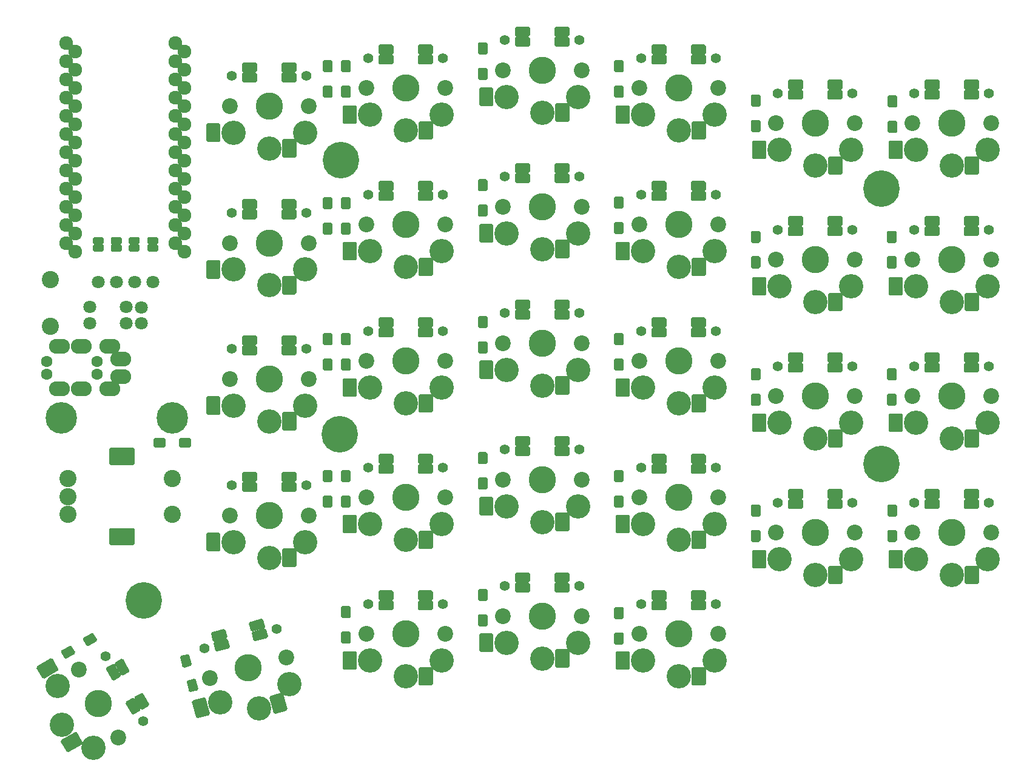
<source format=gbs>
G04 #@! TF.GenerationSoftware,KiCad,Pcbnew,(5.1.9-0-10_14)*
G04 #@! TF.CreationDate,2021-08-07T17:29:24-06:00*
G04 #@! TF.ProjectId,SofleKeyboard,536f666c-654b-4657-9962-6f6172642e6b,rev?*
G04 #@! TF.SameCoordinates,Original*
G04 #@! TF.FileFunction,Soldermask,Bot*
G04 #@! TF.FilePolarity,Negative*
%FSLAX46Y46*%
G04 Gerber Fmt 4.6, Leading zero omitted, Abs format (unit mm)*
G04 Created by KiCad (PCBNEW (5.1.9-0-10_14)) date 2021-08-07 17:29:24*
%MOMM*%
%LPD*%
G01*
G04 APERTURE LIST*
%ADD10C,1.400000*%
%ADD11C,3.400000*%
%ADD12C,3.800000*%
%ADD13C,2.200000*%
%ADD14C,1.924000*%
%ADD15C,4.400000*%
%ADD16C,1.797000*%
%ADD17C,2.400000*%
%ADD18C,5.100000*%
%ADD19C,1.600000*%
%ADD20O,2.900000X2.100000*%
G04 APERTURE END LIST*
G36*
G01*
X176000000Y-117801000D02*
X176000000Y-118801000D01*
G75*
G02*
X175800000Y-119001000I-200000J0D01*
G01*
X174100000Y-119001000D01*
G75*
G02*
X173900000Y-118801000I0J200000D01*
G01*
X173900000Y-117801000D01*
G75*
G02*
X174100000Y-117601000I200000J0D01*
G01*
X175800000Y-117601000D01*
G75*
G02*
X176000000Y-117801000I0J-200000D01*
G01*
G37*
G36*
G01*
X181500000Y-117801000D02*
X181500000Y-118801000D01*
G75*
G02*
X181300000Y-119001000I-200000J0D01*
G01*
X179600000Y-119001000D01*
G75*
G02*
X179400000Y-118801000I0J200000D01*
G01*
X179400000Y-117801000D01*
G75*
G02*
X179600000Y-117601000I200000J0D01*
G01*
X181300000Y-117601000D01*
G75*
G02*
X181500000Y-117801000I0J-200000D01*
G01*
G37*
G36*
G01*
X176000000Y-119201000D02*
X176000000Y-120201000D01*
G75*
G02*
X175800000Y-120401000I-200000J0D01*
G01*
X174100000Y-120401000D01*
G75*
G02*
X173900000Y-120201000I0J200000D01*
G01*
X173900000Y-119201000D01*
G75*
G02*
X174100000Y-119001000I200000J0D01*
G01*
X175800000Y-119001000D01*
G75*
G02*
X176000000Y-119201000I0J-200000D01*
G01*
G37*
G36*
G01*
X181500000Y-119201000D02*
X181500000Y-120201000D01*
G75*
G02*
X181300000Y-120401000I-200000J0D01*
G01*
X179600000Y-120401000D01*
G75*
G02*
X179400000Y-120201000I0J200000D01*
G01*
X179400000Y-119201000D01*
G75*
G02*
X179600000Y-119001000I200000J0D01*
G01*
X181300000Y-119001000D01*
G75*
G02*
X181500000Y-119201000I0J-200000D01*
G01*
G37*
D10*
X182920000Y-119500000D03*
X172480000Y-119500000D03*
D11*
X182700000Y-127400000D03*
G36*
G01*
X170900000Y-126300000D02*
X170900000Y-128500000D01*
G75*
G02*
X170700000Y-128700000I-200000J0D01*
G01*
X169100000Y-128700000D01*
G75*
G02*
X168900000Y-128500000I0J200000D01*
G01*
X168900000Y-126300000D01*
G75*
G02*
X169100000Y-126100000I200000J0D01*
G01*
X170700000Y-126100000D01*
G75*
G02*
X170900000Y-126300000I0J-200000D01*
G01*
G37*
G36*
G01*
X181500000Y-128500000D02*
X181500000Y-130700000D01*
G75*
G02*
X181300000Y-130900000I-200000J0D01*
G01*
X179700000Y-130900000D01*
G75*
G02*
X179500000Y-130700000I0J200000D01*
G01*
X179500000Y-128500000D01*
G75*
G02*
X179700000Y-128300000I200000J0D01*
G01*
X181300000Y-128300000D01*
G75*
G02*
X181500000Y-128500000I0J-200000D01*
G01*
G37*
X172700000Y-127400000D03*
X177700000Y-129600000D03*
D12*
X177700000Y-123700000D03*
D13*
X172200000Y-123700000D03*
X183200000Y-123700000D03*
G36*
G01*
X156950000Y-115301000D02*
X156950000Y-116301000D01*
G75*
G02*
X156750000Y-116501000I-200000J0D01*
G01*
X155050000Y-116501000D01*
G75*
G02*
X154850000Y-116301000I0J200000D01*
G01*
X154850000Y-115301000D01*
G75*
G02*
X155050000Y-115101000I200000J0D01*
G01*
X156750000Y-115101000D01*
G75*
G02*
X156950000Y-115301000I0J-200000D01*
G01*
G37*
G36*
G01*
X162450000Y-115301000D02*
X162450000Y-116301000D01*
G75*
G02*
X162250000Y-116501000I-200000J0D01*
G01*
X160550000Y-116501000D01*
G75*
G02*
X160350000Y-116301000I0J200000D01*
G01*
X160350000Y-115301000D01*
G75*
G02*
X160550000Y-115101000I200000J0D01*
G01*
X162250000Y-115101000D01*
G75*
G02*
X162450000Y-115301000I0J-200000D01*
G01*
G37*
G36*
G01*
X156950000Y-116701000D02*
X156950000Y-117701000D01*
G75*
G02*
X156750000Y-117901000I-200000J0D01*
G01*
X155050000Y-117901000D01*
G75*
G02*
X154850000Y-117701000I0J200000D01*
G01*
X154850000Y-116701000D01*
G75*
G02*
X155050000Y-116501000I200000J0D01*
G01*
X156750000Y-116501000D01*
G75*
G02*
X156950000Y-116701000I0J-200000D01*
G01*
G37*
G36*
G01*
X162450000Y-116701000D02*
X162450000Y-117701000D01*
G75*
G02*
X162250000Y-117901000I-200000J0D01*
G01*
X160550000Y-117901000D01*
G75*
G02*
X160350000Y-117701000I0J200000D01*
G01*
X160350000Y-116701000D01*
G75*
G02*
X160550000Y-116501000I200000J0D01*
G01*
X162250000Y-116501000D01*
G75*
G02*
X162450000Y-116701000I0J-200000D01*
G01*
G37*
D10*
X163870000Y-117000000D03*
X153430000Y-117000000D03*
D11*
X163650000Y-124900000D03*
G36*
G01*
X151850000Y-123800000D02*
X151850000Y-126000000D01*
G75*
G02*
X151650000Y-126200000I-200000J0D01*
G01*
X150050000Y-126200000D01*
G75*
G02*
X149850000Y-126000000I0J200000D01*
G01*
X149850000Y-123800000D01*
G75*
G02*
X150050000Y-123600000I200000J0D01*
G01*
X151650000Y-123600000D01*
G75*
G02*
X151850000Y-123800000I0J-200000D01*
G01*
G37*
G36*
G01*
X162450000Y-126000000D02*
X162450000Y-128200000D01*
G75*
G02*
X162250000Y-128400000I-200000J0D01*
G01*
X160650000Y-128400000D01*
G75*
G02*
X160450000Y-128200000I0J200000D01*
G01*
X160450000Y-126000000D01*
G75*
G02*
X160650000Y-125800000I200000J0D01*
G01*
X162250000Y-125800000D01*
G75*
G02*
X162450000Y-126000000I0J-200000D01*
G01*
G37*
X153650000Y-124900000D03*
X158650000Y-127100000D03*
D12*
X158650000Y-121200000D03*
D13*
X153150000Y-121200000D03*
X164150000Y-121200000D03*
G36*
G01*
X137900000Y-117801000D02*
X137900000Y-118801000D01*
G75*
G02*
X137700000Y-119001000I-200000J0D01*
G01*
X136000000Y-119001000D01*
G75*
G02*
X135800000Y-118801000I0J200000D01*
G01*
X135800000Y-117801000D01*
G75*
G02*
X136000000Y-117601000I200000J0D01*
G01*
X137700000Y-117601000D01*
G75*
G02*
X137900000Y-117801000I0J-200000D01*
G01*
G37*
G36*
G01*
X143400000Y-117801000D02*
X143400000Y-118801000D01*
G75*
G02*
X143200000Y-119001000I-200000J0D01*
G01*
X141500000Y-119001000D01*
G75*
G02*
X141300000Y-118801000I0J200000D01*
G01*
X141300000Y-117801000D01*
G75*
G02*
X141500000Y-117601000I200000J0D01*
G01*
X143200000Y-117601000D01*
G75*
G02*
X143400000Y-117801000I0J-200000D01*
G01*
G37*
G36*
G01*
X137900000Y-119201000D02*
X137900000Y-120201000D01*
G75*
G02*
X137700000Y-120401000I-200000J0D01*
G01*
X136000000Y-120401000D01*
G75*
G02*
X135800000Y-120201000I0J200000D01*
G01*
X135800000Y-119201000D01*
G75*
G02*
X136000000Y-119001000I200000J0D01*
G01*
X137700000Y-119001000D01*
G75*
G02*
X137900000Y-119201000I0J-200000D01*
G01*
G37*
G36*
G01*
X143400000Y-119201000D02*
X143400000Y-120201000D01*
G75*
G02*
X143200000Y-120401000I-200000J0D01*
G01*
X141500000Y-120401000D01*
G75*
G02*
X141300000Y-120201000I0J200000D01*
G01*
X141300000Y-119201000D01*
G75*
G02*
X141500000Y-119001000I200000J0D01*
G01*
X143200000Y-119001000D01*
G75*
G02*
X143400000Y-119201000I0J-200000D01*
G01*
G37*
D10*
X144820000Y-119500000D03*
X134380000Y-119500000D03*
D11*
X144600000Y-127400000D03*
G36*
G01*
X132800000Y-126300000D02*
X132800000Y-128500000D01*
G75*
G02*
X132600000Y-128700000I-200000J0D01*
G01*
X131000000Y-128700000D01*
G75*
G02*
X130800000Y-128500000I0J200000D01*
G01*
X130800000Y-126300000D01*
G75*
G02*
X131000000Y-126100000I200000J0D01*
G01*
X132600000Y-126100000D01*
G75*
G02*
X132800000Y-126300000I0J-200000D01*
G01*
G37*
G36*
G01*
X143400000Y-128500000D02*
X143400000Y-130700000D01*
G75*
G02*
X143200000Y-130900000I-200000J0D01*
G01*
X141600000Y-130900000D01*
G75*
G02*
X141400000Y-130700000I0J200000D01*
G01*
X141400000Y-128500000D01*
G75*
G02*
X141600000Y-128300000I200000J0D01*
G01*
X143200000Y-128300000D01*
G75*
G02*
X143400000Y-128500000I0J-200000D01*
G01*
G37*
X134600000Y-127400000D03*
X139600000Y-129600000D03*
D12*
X139600000Y-123700000D03*
D13*
X134100000Y-123700000D03*
X145100000Y-123700000D03*
G36*
G01*
X114431152Y-123141996D02*
X114689971Y-124107922D01*
G75*
G02*
X114548550Y-124352871I-193185J-51764D01*
G01*
X112906477Y-124792863D01*
G75*
G02*
X112661528Y-124651442I-51764J193185D01*
G01*
X112402709Y-123685516D01*
G75*
G02*
X112544130Y-123440567I193185J51764D01*
G01*
X114186203Y-123000575D01*
G75*
G02*
X114431152Y-123141996I51764J-193185D01*
G01*
G37*
G36*
G01*
X119743744Y-121718491D02*
X120002563Y-122684417D01*
G75*
G02*
X119861142Y-122929366I-193185J-51764D01*
G01*
X118219069Y-123369358D01*
G75*
G02*
X117974120Y-123227937I-51764J193185D01*
G01*
X117715301Y-122262011D01*
G75*
G02*
X117856722Y-122017062I193185J51764D01*
G01*
X119498795Y-121577070D01*
G75*
G02*
X119743744Y-121718491I51764J-193185D01*
G01*
G37*
G36*
G01*
X114793499Y-124494292D02*
X115052318Y-125460218D01*
G75*
G02*
X114910897Y-125705167I-193185J-51764D01*
G01*
X113268824Y-126145159D01*
G75*
G02*
X113023875Y-126003738I-51764J193185D01*
G01*
X112765056Y-125037812D01*
G75*
G02*
X112906477Y-124792863I193185J51764D01*
G01*
X114548550Y-124352871D01*
G75*
G02*
X114793499Y-124494292I51764J-193185D01*
G01*
G37*
G36*
G01*
X120106091Y-123070787D02*
X120364910Y-124036713D01*
G75*
G02*
X120223489Y-124281662I-193185J-51764D01*
G01*
X118581416Y-124721654D01*
G75*
G02*
X118336467Y-124580233I-51764J193185D01*
G01*
X118077648Y-123614307D01*
G75*
G02*
X118219069Y-123369358I193185J51764D01*
G01*
X119861142Y-122929366D01*
G75*
G02*
X120106091Y-123070787I51764J-193185D01*
G01*
G37*
D10*
X121555093Y-122992076D03*
X111470827Y-125694147D03*
D11*
X123387260Y-130679830D03*
G36*
G01*
X111704634Y-132671376D02*
X112274036Y-134796413D01*
G75*
G02*
X112132615Y-135041362I-193185J-51764D01*
G01*
X110587133Y-135455473D01*
G75*
G02*
X110342184Y-135314052I-51764J193185D01*
G01*
X109772782Y-133189015D01*
G75*
G02*
X109914203Y-132944066I193185J51764D01*
G01*
X111459685Y-132529955D01*
G75*
G02*
X111704634Y-132671376I51764J-193185D01*
G01*
G37*
G36*
G01*
X122512850Y-132052931D02*
X123082252Y-134177968D01*
G75*
G02*
X122940831Y-134422917I-193185J-51764D01*
G01*
X121395349Y-134837028D01*
G75*
G02*
X121150400Y-134695607I-51764J193185D01*
G01*
X120580998Y-132570570D01*
G75*
G02*
X120722419Y-132325621I193185J51764D01*
G01*
X122267901Y-131911510D01*
G75*
G02*
X122512850Y-132052931I51764J-193185D01*
G01*
G37*
X113728001Y-133268021D03*
X119127032Y-134098962D03*
D12*
X117600000Y-128400000D03*
D13*
X112287408Y-129823505D03*
X122912592Y-126976495D03*
G36*
G01*
X100968684Y-128978257D02*
X100102658Y-129478257D01*
G75*
G02*
X99829453Y-129405052I-100000J173205D01*
G01*
X98979453Y-127932808D01*
G75*
G02*
X99052658Y-127659603I173205J100000D01*
G01*
X99918684Y-127159603D01*
G75*
G02*
X100191889Y-127232808I100000J-173205D01*
G01*
X101041889Y-128705052D01*
G75*
G02*
X100968684Y-128978257I-173205J-100000D01*
G01*
G37*
G36*
G01*
X103718684Y-133741397D02*
X102852658Y-134241397D01*
G75*
G02*
X102579453Y-134168192I-100000J173205D01*
G01*
X101729453Y-132695948D01*
G75*
G02*
X101802658Y-132422743I173205J100000D01*
G01*
X102668684Y-131922743D01*
G75*
G02*
X102941889Y-131995948I100000J-173205D01*
G01*
X103791889Y-133468192D01*
G75*
G02*
X103718684Y-133741397I-173205J-100000D01*
G01*
G37*
G36*
G01*
X99756249Y-129678257D02*
X98890223Y-130178257D01*
G75*
G02*
X98617018Y-130105052I-100000J173205D01*
G01*
X97767018Y-128632808D01*
G75*
G02*
X97840223Y-128359603I173205J100000D01*
G01*
X98706249Y-127859603D01*
G75*
G02*
X98979454Y-127932808I100000J-173205D01*
G01*
X99829454Y-129405052D01*
G75*
G02*
X99756249Y-129678257I-173205J-100000D01*
G01*
G37*
G36*
G01*
X102506249Y-134441397D02*
X101640223Y-134941397D01*
G75*
G02*
X101367018Y-134868192I-100000J173205D01*
G01*
X100517018Y-133395948D01*
G75*
G02*
X100590223Y-133122743I173205J100000D01*
G01*
X101456249Y-132622743D01*
G75*
G02*
X101729454Y-132695948I100000J-173205D01*
G01*
X102579454Y-134168192D01*
G75*
G02*
X102506249Y-134441397I-173205J-100000D01*
G01*
G37*
D10*
X102957307Y-135820653D03*
X97737307Y-126779347D03*
D11*
X96005706Y-139580127D03*
G36*
G01*
X91058334Y-128811027D02*
X89153078Y-129911027D01*
G75*
G02*
X88879873Y-129837822I-100000J173205D01*
G01*
X88079873Y-128452182D01*
G75*
G02*
X88153078Y-128178977I173205J100000D01*
G01*
X90058334Y-127078977D01*
G75*
G02*
X90331539Y-127152182I100000J-173205D01*
G01*
X91131539Y-128537822D01*
G75*
G02*
X91058334Y-128811027I-173205J-100000D01*
G01*
G37*
G36*
G01*
X94453078Y-139090896D02*
X92547822Y-140190896D01*
G75*
G02*
X92274617Y-140117691I-100000J173205D01*
G01*
X91474617Y-138732051D01*
G75*
G02*
X91547822Y-138458846I173205J100000D01*
G01*
X93453078Y-137358846D01*
G75*
G02*
X93726283Y-137432051I100000J-173205D01*
G01*
X94526283Y-138817691D01*
G75*
G02*
X94453078Y-139090896I-173205J-100000D01*
G01*
G37*
X91005706Y-130919873D03*
X91600450Y-136350000D03*
D12*
X96710000Y-133400000D03*
D13*
X93960000Y-128636860D03*
X99460000Y-138163140D03*
G36*
G01*
X214100000Y-103651000D02*
X214100000Y-104651000D01*
G75*
G02*
X213900000Y-104851000I-200000J0D01*
G01*
X212200000Y-104851000D01*
G75*
G02*
X212000000Y-104651000I0J200000D01*
G01*
X212000000Y-103651000D01*
G75*
G02*
X212200000Y-103451000I200000J0D01*
G01*
X213900000Y-103451000D01*
G75*
G02*
X214100000Y-103651000I0J-200000D01*
G01*
G37*
G36*
G01*
X219600000Y-103651000D02*
X219600000Y-104651000D01*
G75*
G02*
X219400000Y-104851000I-200000J0D01*
G01*
X217700000Y-104851000D01*
G75*
G02*
X217500000Y-104651000I0J200000D01*
G01*
X217500000Y-103651000D01*
G75*
G02*
X217700000Y-103451000I200000J0D01*
G01*
X219400000Y-103451000D01*
G75*
G02*
X219600000Y-103651000I0J-200000D01*
G01*
G37*
G36*
G01*
X214100000Y-105051000D02*
X214100000Y-106051000D01*
G75*
G02*
X213900000Y-106251000I-200000J0D01*
G01*
X212200000Y-106251000D01*
G75*
G02*
X212000000Y-106051000I0J200000D01*
G01*
X212000000Y-105051000D01*
G75*
G02*
X212200000Y-104851000I200000J0D01*
G01*
X213900000Y-104851000D01*
G75*
G02*
X214100000Y-105051000I0J-200000D01*
G01*
G37*
G36*
G01*
X219600000Y-105051000D02*
X219600000Y-106051000D01*
G75*
G02*
X219400000Y-106251000I-200000J0D01*
G01*
X217700000Y-106251000D01*
G75*
G02*
X217500000Y-106051000I0J200000D01*
G01*
X217500000Y-105051000D01*
G75*
G02*
X217700000Y-104851000I200000J0D01*
G01*
X219400000Y-104851000D01*
G75*
G02*
X219600000Y-105051000I0J-200000D01*
G01*
G37*
D10*
X221020000Y-105350000D03*
X210580000Y-105350000D03*
D11*
X220800000Y-113250000D03*
G36*
G01*
X209000000Y-112150000D02*
X209000000Y-114350000D01*
G75*
G02*
X208800000Y-114550000I-200000J0D01*
G01*
X207200000Y-114550000D01*
G75*
G02*
X207000000Y-114350000I0J200000D01*
G01*
X207000000Y-112150000D01*
G75*
G02*
X207200000Y-111950000I200000J0D01*
G01*
X208800000Y-111950000D01*
G75*
G02*
X209000000Y-112150000I0J-200000D01*
G01*
G37*
G36*
G01*
X219600000Y-114350000D02*
X219600000Y-116550000D01*
G75*
G02*
X219400000Y-116750000I-200000J0D01*
G01*
X217800000Y-116750000D01*
G75*
G02*
X217600000Y-116550000I0J200000D01*
G01*
X217600000Y-114350000D01*
G75*
G02*
X217800000Y-114150000I200000J0D01*
G01*
X219400000Y-114150000D01*
G75*
G02*
X219600000Y-114350000I0J-200000D01*
G01*
G37*
X210800000Y-113250000D03*
X215800000Y-115450000D03*
D12*
X215800000Y-109550000D03*
D13*
X210300000Y-109550000D03*
X221300000Y-109550000D03*
G36*
G01*
X195050000Y-103651000D02*
X195050000Y-104651000D01*
G75*
G02*
X194850000Y-104851000I-200000J0D01*
G01*
X193150000Y-104851000D01*
G75*
G02*
X192950000Y-104651000I0J200000D01*
G01*
X192950000Y-103651000D01*
G75*
G02*
X193150000Y-103451000I200000J0D01*
G01*
X194850000Y-103451000D01*
G75*
G02*
X195050000Y-103651000I0J-200000D01*
G01*
G37*
G36*
G01*
X200550000Y-103651000D02*
X200550000Y-104651000D01*
G75*
G02*
X200350000Y-104851000I-200000J0D01*
G01*
X198650000Y-104851000D01*
G75*
G02*
X198450000Y-104651000I0J200000D01*
G01*
X198450000Y-103651000D01*
G75*
G02*
X198650000Y-103451000I200000J0D01*
G01*
X200350000Y-103451000D01*
G75*
G02*
X200550000Y-103651000I0J-200000D01*
G01*
G37*
G36*
G01*
X195050000Y-105051000D02*
X195050000Y-106051000D01*
G75*
G02*
X194850000Y-106251000I-200000J0D01*
G01*
X193150000Y-106251000D01*
G75*
G02*
X192950000Y-106051000I0J200000D01*
G01*
X192950000Y-105051000D01*
G75*
G02*
X193150000Y-104851000I200000J0D01*
G01*
X194850000Y-104851000D01*
G75*
G02*
X195050000Y-105051000I0J-200000D01*
G01*
G37*
G36*
G01*
X200550000Y-105051000D02*
X200550000Y-106051000D01*
G75*
G02*
X200350000Y-106251000I-200000J0D01*
G01*
X198650000Y-106251000D01*
G75*
G02*
X198450000Y-106051000I0J200000D01*
G01*
X198450000Y-105051000D01*
G75*
G02*
X198650000Y-104851000I200000J0D01*
G01*
X200350000Y-104851000D01*
G75*
G02*
X200550000Y-105051000I0J-200000D01*
G01*
G37*
D10*
X201970000Y-105350000D03*
X191530000Y-105350000D03*
D11*
X201750000Y-113250000D03*
G36*
G01*
X189950000Y-112150000D02*
X189950000Y-114350000D01*
G75*
G02*
X189750000Y-114550000I-200000J0D01*
G01*
X188150000Y-114550000D01*
G75*
G02*
X187950000Y-114350000I0J200000D01*
G01*
X187950000Y-112150000D01*
G75*
G02*
X188150000Y-111950000I200000J0D01*
G01*
X189750000Y-111950000D01*
G75*
G02*
X189950000Y-112150000I0J-200000D01*
G01*
G37*
G36*
G01*
X200550000Y-114350000D02*
X200550000Y-116550000D01*
G75*
G02*
X200350000Y-116750000I-200000J0D01*
G01*
X198750000Y-116750000D01*
G75*
G02*
X198550000Y-116550000I0J200000D01*
G01*
X198550000Y-114350000D01*
G75*
G02*
X198750000Y-114150000I200000J0D01*
G01*
X200350000Y-114150000D01*
G75*
G02*
X200550000Y-114350000I0J-200000D01*
G01*
G37*
X191750000Y-113250000D03*
X196750000Y-115450000D03*
D12*
X196750000Y-109550000D03*
D13*
X191250000Y-109550000D03*
X202250000Y-109550000D03*
G36*
G01*
X176000000Y-98751000D02*
X176000000Y-99751000D01*
G75*
G02*
X175800000Y-99951000I-200000J0D01*
G01*
X174100000Y-99951000D01*
G75*
G02*
X173900000Y-99751000I0J200000D01*
G01*
X173900000Y-98751000D01*
G75*
G02*
X174100000Y-98551000I200000J0D01*
G01*
X175800000Y-98551000D01*
G75*
G02*
X176000000Y-98751000I0J-200000D01*
G01*
G37*
G36*
G01*
X181500000Y-98751000D02*
X181500000Y-99751000D01*
G75*
G02*
X181300000Y-99951000I-200000J0D01*
G01*
X179600000Y-99951000D01*
G75*
G02*
X179400000Y-99751000I0J200000D01*
G01*
X179400000Y-98751000D01*
G75*
G02*
X179600000Y-98551000I200000J0D01*
G01*
X181300000Y-98551000D01*
G75*
G02*
X181500000Y-98751000I0J-200000D01*
G01*
G37*
G36*
G01*
X176000000Y-100151000D02*
X176000000Y-101151000D01*
G75*
G02*
X175800000Y-101351000I-200000J0D01*
G01*
X174100000Y-101351000D01*
G75*
G02*
X173900000Y-101151000I0J200000D01*
G01*
X173900000Y-100151000D01*
G75*
G02*
X174100000Y-99951000I200000J0D01*
G01*
X175800000Y-99951000D01*
G75*
G02*
X176000000Y-100151000I0J-200000D01*
G01*
G37*
G36*
G01*
X181500000Y-100151000D02*
X181500000Y-101151000D01*
G75*
G02*
X181300000Y-101351000I-200000J0D01*
G01*
X179600000Y-101351000D01*
G75*
G02*
X179400000Y-101151000I0J200000D01*
G01*
X179400000Y-100151000D01*
G75*
G02*
X179600000Y-99951000I200000J0D01*
G01*
X181300000Y-99951000D01*
G75*
G02*
X181500000Y-100151000I0J-200000D01*
G01*
G37*
D10*
X182920000Y-100450000D03*
X172480000Y-100450000D03*
D11*
X182700000Y-108350000D03*
G36*
G01*
X170900000Y-107250000D02*
X170900000Y-109450000D01*
G75*
G02*
X170700000Y-109650000I-200000J0D01*
G01*
X169100000Y-109650000D01*
G75*
G02*
X168900000Y-109450000I0J200000D01*
G01*
X168900000Y-107250000D01*
G75*
G02*
X169100000Y-107050000I200000J0D01*
G01*
X170700000Y-107050000D01*
G75*
G02*
X170900000Y-107250000I0J-200000D01*
G01*
G37*
G36*
G01*
X181500000Y-109450000D02*
X181500000Y-111650000D01*
G75*
G02*
X181300000Y-111850000I-200000J0D01*
G01*
X179700000Y-111850000D01*
G75*
G02*
X179500000Y-111650000I0J200000D01*
G01*
X179500000Y-109450000D01*
G75*
G02*
X179700000Y-109250000I200000J0D01*
G01*
X181300000Y-109250000D01*
G75*
G02*
X181500000Y-109450000I0J-200000D01*
G01*
G37*
X172700000Y-108350000D03*
X177700000Y-110550000D03*
D12*
X177700000Y-104650000D03*
D13*
X172200000Y-104650000D03*
X183200000Y-104650000D03*
G36*
G01*
X156950000Y-96251000D02*
X156950000Y-97251000D01*
G75*
G02*
X156750000Y-97451000I-200000J0D01*
G01*
X155050000Y-97451000D01*
G75*
G02*
X154850000Y-97251000I0J200000D01*
G01*
X154850000Y-96251000D01*
G75*
G02*
X155050000Y-96051000I200000J0D01*
G01*
X156750000Y-96051000D01*
G75*
G02*
X156950000Y-96251000I0J-200000D01*
G01*
G37*
G36*
G01*
X162450000Y-96251000D02*
X162450000Y-97251000D01*
G75*
G02*
X162250000Y-97451000I-200000J0D01*
G01*
X160550000Y-97451000D01*
G75*
G02*
X160350000Y-97251000I0J200000D01*
G01*
X160350000Y-96251000D01*
G75*
G02*
X160550000Y-96051000I200000J0D01*
G01*
X162250000Y-96051000D01*
G75*
G02*
X162450000Y-96251000I0J-200000D01*
G01*
G37*
G36*
G01*
X156950000Y-97651000D02*
X156950000Y-98651000D01*
G75*
G02*
X156750000Y-98851000I-200000J0D01*
G01*
X155050000Y-98851000D01*
G75*
G02*
X154850000Y-98651000I0J200000D01*
G01*
X154850000Y-97651000D01*
G75*
G02*
X155050000Y-97451000I200000J0D01*
G01*
X156750000Y-97451000D01*
G75*
G02*
X156950000Y-97651000I0J-200000D01*
G01*
G37*
G36*
G01*
X162450000Y-97651000D02*
X162450000Y-98651000D01*
G75*
G02*
X162250000Y-98851000I-200000J0D01*
G01*
X160550000Y-98851000D01*
G75*
G02*
X160350000Y-98651000I0J200000D01*
G01*
X160350000Y-97651000D01*
G75*
G02*
X160550000Y-97451000I200000J0D01*
G01*
X162250000Y-97451000D01*
G75*
G02*
X162450000Y-97651000I0J-200000D01*
G01*
G37*
D10*
X163870000Y-97950000D03*
X153430000Y-97950000D03*
D11*
X163650000Y-105850000D03*
G36*
G01*
X151850000Y-104750000D02*
X151850000Y-106950000D01*
G75*
G02*
X151650000Y-107150000I-200000J0D01*
G01*
X150050000Y-107150000D01*
G75*
G02*
X149850000Y-106950000I0J200000D01*
G01*
X149850000Y-104750000D01*
G75*
G02*
X150050000Y-104550000I200000J0D01*
G01*
X151650000Y-104550000D01*
G75*
G02*
X151850000Y-104750000I0J-200000D01*
G01*
G37*
G36*
G01*
X162450000Y-106950000D02*
X162450000Y-109150000D01*
G75*
G02*
X162250000Y-109350000I-200000J0D01*
G01*
X160650000Y-109350000D01*
G75*
G02*
X160450000Y-109150000I0J200000D01*
G01*
X160450000Y-106950000D01*
G75*
G02*
X160650000Y-106750000I200000J0D01*
G01*
X162250000Y-106750000D01*
G75*
G02*
X162450000Y-106950000I0J-200000D01*
G01*
G37*
X153650000Y-105850000D03*
X158650000Y-108050000D03*
D12*
X158650000Y-102150000D03*
D13*
X153150000Y-102150000D03*
X164150000Y-102150000D03*
G36*
G01*
X137900000Y-98751000D02*
X137900000Y-99751000D01*
G75*
G02*
X137700000Y-99951000I-200000J0D01*
G01*
X136000000Y-99951000D01*
G75*
G02*
X135800000Y-99751000I0J200000D01*
G01*
X135800000Y-98751000D01*
G75*
G02*
X136000000Y-98551000I200000J0D01*
G01*
X137700000Y-98551000D01*
G75*
G02*
X137900000Y-98751000I0J-200000D01*
G01*
G37*
G36*
G01*
X143400000Y-98751000D02*
X143400000Y-99751000D01*
G75*
G02*
X143200000Y-99951000I-200000J0D01*
G01*
X141500000Y-99951000D01*
G75*
G02*
X141300000Y-99751000I0J200000D01*
G01*
X141300000Y-98751000D01*
G75*
G02*
X141500000Y-98551000I200000J0D01*
G01*
X143200000Y-98551000D01*
G75*
G02*
X143400000Y-98751000I0J-200000D01*
G01*
G37*
G36*
G01*
X137900000Y-100151000D02*
X137900000Y-101151000D01*
G75*
G02*
X137700000Y-101351000I-200000J0D01*
G01*
X136000000Y-101351000D01*
G75*
G02*
X135800000Y-101151000I0J200000D01*
G01*
X135800000Y-100151000D01*
G75*
G02*
X136000000Y-99951000I200000J0D01*
G01*
X137700000Y-99951000D01*
G75*
G02*
X137900000Y-100151000I0J-200000D01*
G01*
G37*
G36*
G01*
X143400000Y-100151000D02*
X143400000Y-101151000D01*
G75*
G02*
X143200000Y-101351000I-200000J0D01*
G01*
X141500000Y-101351000D01*
G75*
G02*
X141300000Y-101151000I0J200000D01*
G01*
X141300000Y-100151000D01*
G75*
G02*
X141500000Y-99951000I200000J0D01*
G01*
X143200000Y-99951000D01*
G75*
G02*
X143400000Y-100151000I0J-200000D01*
G01*
G37*
D10*
X144820000Y-100450000D03*
X134380000Y-100450000D03*
D11*
X144600000Y-108350000D03*
G36*
G01*
X132800000Y-107250000D02*
X132800000Y-109450000D01*
G75*
G02*
X132600000Y-109650000I-200000J0D01*
G01*
X131000000Y-109650000D01*
G75*
G02*
X130800000Y-109450000I0J200000D01*
G01*
X130800000Y-107250000D01*
G75*
G02*
X131000000Y-107050000I200000J0D01*
G01*
X132600000Y-107050000D01*
G75*
G02*
X132800000Y-107250000I0J-200000D01*
G01*
G37*
G36*
G01*
X143400000Y-109450000D02*
X143400000Y-111650000D01*
G75*
G02*
X143200000Y-111850000I-200000J0D01*
G01*
X141600000Y-111850000D01*
G75*
G02*
X141400000Y-111650000I0J200000D01*
G01*
X141400000Y-109450000D01*
G75*
G02*
X141600000Y-109250000I200000J0D01*
G01*
X143200000Y-109250000D01*
G75*
G02*
X143400000Y-109450000I0J-200000D01*
G01*
G37*
X134600000Y-108350000D03*
X139600000Y-110550000D03*
D12*
X139600000Y-104650000D03*
D13*
X134100000Y-104650000D03*
X145100000Y-104650000D03*
G36*
G01*
X118850000Y-101251000D02*
X118850000Y-102251000D01*
G75*
G02*
X118650000Y-102451000I-200000J0D01*
G01*
X116950000Y-102451000D01*
G75*
G02*
X116750000Y-102251000I0J200000D01*
G01*
X116750000Y-101251000D01*
G75*
G02*
X116950000Y-101051000I200000J0D01*
G01*
X118650000Y-101051000D01*
G75*
G02*
X118850000Y-101251000I0J-200000D01*
G01*
G37*
G36*
G01*
X124350000Y-101251000D02*
X124350000Y-102251000D01*
G75*
G02*
X124150000Y-102451000I-200000J0D01*
G01*
X122450000Y-102451000D01*
G75*
G02*
X122250000Y-102251000I0J200000D01*
G01*
X122250000Y-101251000D01*
G75*
G02*
X122450000Y-101051000I200000J0D01*
G01*
X124150000Y-101051000D01*
G75*
G02*
X124350000Y-101251000I0J-200000D01*
G01*
G37*
G36*
G01*
X118850000Y-102651000D02*
X118850000Y-103651000D01*
G75*
G02*
X118650000Y-103851000I-200000J0D01*
G01*
X116950000Y-103851000D01*
G75*
G02*
X116750000Y-103651000I0J200000D01*
G01*
X116750000Y-102651000D01*
G75*
G02*
X116950000Y-102451000I200000J0D01*
G01*
X118650000Y-102451000D01*
G75*
G02*
X118850000Y-102651000I0J-200000D01*
G01*
G37*
G36*
G01*
X124350000Y-102651000D02*
X124350000Y-103651000D01*
G75*
G02*
X124150000Y-103851000I-200000J0D01*
G01*
X122450000Y-103851000D01*
G75*
G02*
X122250000Y-103651000I0J200000D01*
G01*
X122250000Y-102651000D01*
G75*
G02*
X122450000Y-102451000I200000J0D01*
G01*
X124150000Y-102451000D01*
G75*
G02*
X124350000Y-102651000I0J-200000D01*
G01*
G37*
D10*
X125770000Y-102950000D03*
X115330000Y-102950000D03*
D11*
X125550000Y-110850000D03*
G36*
G01*
X113750000Y-109750000D02*
X113750000Y-111950000D01*
G75*
G02*
X113550000Y-112150000I-200000J0D01*
G01*
X111950000Y-112150000D01*
G75*
G02*
X111750000Y-111950000I0J200000D01*
G01*
X111750000Y-109750000D01*
G75*
G02*
X111950000Y-109550000I200000J0D01*
G01*
X113550000Y-109550000D01*
G75*
G02*
X113750000Y-109750000I0J-200000D01*
G01*
G37*
G36*
G01*
X124350000Y-111950000D02*
X124350000Y-114150000D01*
G75*
G02*
X124150000Y-114350000I-200000J0D01*
G01*
X122550000Y-114350000D01*
G75*
G02*
X122350000Y-114150000I0J200000D01*
G01*
X122350000Y-111950000D01*
G75*
G02*
X122550000Y-111750000I200000J0D01*
G01*
X124150000Y-111750000D01*
G75*
G02*
X124350000Y-111950000I0J-200000D01*
G01*
G37*
X115550000Y-110850000D03*
X120550000Y-113050000D03*
D12*
X120550000Y-107150000D03*
D13*
X115050000Y-107150000D03*
X126050000Y-107150000D03*
G36*
G01*
X214100000Y-84601000D02*
X214100000Y-85601000D01*
G75*
G02*
X213900000Y-85801000I-200000J0D01*
G01*
X212200000Y-85801000D01*
G75*
G02*
X212000000Y-85601000I0J200000D01*
G01*
X212000000Y-84601000D01*
G75*
G02*
X212200000Y-84401000I200000J0D01*
G01*
X213900000Y-84401000D01*
G75*
G02*
X214100000Y-84601000I0J-200000D01*
G01*
G37*
G36*
G01*
X219600000Y-84601000D02*
X219600000Y-85601000D01*
G75*
G02*
X219400000Y-85801000I-200000J0D01*
G01*
X217700000Y-85801000D01*
G75*
G02*
X217500000Y-85601000I0J200000D01*
G01*
X217500000Y-84601000D01*
G75*
G02*
X217700000Y-84401000I200000J0D01*
G01*
X219400000Y-84401000D01*
G75*
G02*
X219600000Y-84601000I0J-200000D01*
G01*
G37*
G36*
G01*
X214100000Y-86001000D02*
X214100000Y-87001000D01*
G75*
G02*
X213900000Y-87201000I-200000J0D01*
G01*
X212200000Y-87201000D01*
G75*
G02*
X212000000Y-87001000I0J200000D01*
G01*
X212000000Y-86001000D01*
G75*
G02*
X212200000Y-85801000I200000J0D01*
G01*
X213900000Y-85801000D01*
G75*
G02*
X214100000Y-86001000I0J-200000D01*
G01*
G37*
G36*
G01*
X219600000Y-86001000D02*
X219600000Y-87001000D01*
G75*
G02*
X219400000Y-87201000I-200000J0D01*
G01*
X217700000Y-87201000D01*
G75*
G02*
X217500000Y-87001000I0J200000D01*
G01*
X217500000Y-86001000D01*
G75*
G02*
X217700000Y-85801000I200000J0D01*
G01*
X219400000Y-85801000D01*
G75*
G02*
X219600000Y-86001000I0J-200000D01*
G01*
G37*
D10*
X221020000Y-86300000D03*
X210580000Y-86300000D03*
D11*
X220800000Y-94200000D03*
G36*
G01*
X209000000Y-93100000D02*
X209000000Y-95300000D01*
G75*
G02*
X208800000Y-95500000I-200000J0D01*
G01*
X207200000Y-95500000D01*
G75*
G02*
X207000000Y-95300000I0J200000D01*
G01*
X207000000Y-93100000D01*
G75*
G02*
X207200000Y-92900000I200000J0D01*
G01*
X208800000Y-92900000D01*
G75*
G02*
X209000000Y-93100000I0J-200000D01*
G01*
G37*
G36*
G01*
X219600000Y-95300000D02*
X219600000Y-97500000D01*
G75*
G02*
X219400000Y-97700000I-200000J0D01*
G01*
X217800000Y-97700000D01*
G75*
G02*
X217600000Y-97500000I0J200000D01*
G01*
X217600000Y-95300000D01*
G75*
G02*
X217800000Y-95100000I200000J0D01*
G01*
X219400000Y-95100000D01*
G75*
G02*
X219600000Y-95300000I0J-200000D01*
G01*
G37*
X210800000Y-94200000D03*
X215800000Y-96400000D03*
D12*
X215800000Y-90500000D03*
D13*
X210300000Y-90500000D03*
X221300000Y-90500000D03*
G36*
G01*
X195050000Y-84601000D02*
X195050000Y-85601000D01*
G75*
G02*
X194850000Y-85801000I-200000J0D01*
G01*
X193150000Y-85801000D01*
G75*
G02*
X192950000Y-85601000I0J200000D01*
G01*
X192950000Y-84601000D01*
G75*
G02*
X193150000Y-84401000I200000J0D01*
G01*
X194850000Y-84401000D01*
G75*
G02*
X195050000Y-84601000I0J-200000D01*
G01*
G37*
G36*
G01*
X200550000Y-84601000D02*
X200550000Y-85601000D01*
G75*
G02*
X200350000Y-85801000I-200000J0D01*
G01*
X198650000Y-85801000D01*
G75*
G02*
X198450000Y-85601000I0J200000D01*
G01*
X198450000Y-84601000D01*
G75*
G02*
X198650000Y-84401000I200000J0D01*
G01*
X200350000Y-84401000D01*
G75*
G02*
X200550000Y-84601000I0J-200000D01*
G01*
G37*
G36*
G01*
X195050000Y-86001000D02*
X195050000Y-87001000D01*
G75*
G02*
X194850000Y-87201000I-200000J0D01*
G01*
X193150000Y-87201000D01*
G75*
G02*
X192950000Y-87001000I0J200000D01*
G01*
X192950000Y-86001000D01*
G75*
G02*
X193150000Y-85801000I200000J0D01*
G01*
X194850000Y-85801000D01*
G75*
G02*
X195050000Y-86001000I0J-200000D01*
G01*
G37*
G36*
G01*
X200550000Y-86001000D02*
X200550000Y-87001000D01*
G75*
G02*
X200350000Y-87201000I-200000J0D01*
G01*
X198650000Y-87201000D01*
G75*
G02*
X198450000Y-87001000I0J200000D01*
G01*
X198450000Y-86001000D01*
G75*
G02*
X198650000Y-85801000I200000J0D01*
G01*
X200350000Y-85801000D01*
G75*
G02*
X200550000Y-86001000I0J-200000D01*
G01*
G37*
D10*
X201970000Y-86300000D03*
X191530000Y-86300000D03*
D11*
X201750000Y-94200000D03*
G36*
G01*
X189950000Y-93100000D02*
X189950000Y-95300000D01*
G75*
G02*
X189750000Y-95500000I-200000J0D01*
G01*
X188150000Y-95500000D01*
G75*
G02*
X187950000Y-95300000I0J200000D01*
G01*
X187950000Y-93100000D01*
G75*
G02*
X188150000Y-92900000I200000J0D01*
G01*
X189750000Y-92900000D01*
G75*
G02*
X189950000Y-93100000I0J-200000D01*
G01*
G37*
G36*
G01*
X200550000Y-95300000D02*
X200550000Y-97500000D01*
G75*
G02*
X200350000Y-97700000I-200000J0D01*
G01*
X198750000Y-97700000D01*
G75*
G02*
X198550000Y-97500000I0J200000D01*
G01*
X198550000Y-95300000D01*
G75*
G02*
X198750000Y-95100000I200000J0D01*
G01*
X200350000Y-95100000D01*
G75*
G02*
X200550000Y-95300000I0J-200000D01*
G01*
G37*
X191750000Y-94200000D03*
X196750000Y-96400000D03*
D12*
X196750000Y-90500000D03*
D13*
X191250000Y-90500000D03*
X202250000Y-90500000D03*
G36*
G01*
X176000000Y-79701000D02*
X176000000Y-80701000D01*
G75*
G02*
X175800000Y-80901000I-200000J0D01*
G01*
X174100000Y-80901000D01*
G75*
G02*
X173900000Y-80701000I0J200000D01*
G01*
X173900000Y-79701000D01*
G75*
G02*
X174100000Y-79501000I200000J0D01*
G01*
X175800000Y-79501000D01*
G75*
G02*
X176000000Y-79701000I0J-200000D01*
G01*
G37*
G36*
G01*
X181500000Y-79701000D02*
X181500000Y-80701000D01*
G75*
G02*
X181300000Y-80901000I-200000J0D01*
G01*
X179600000Y-80901000D01*
G75*
G02*
X179400000Y-80701000I0J200000D01*
G01*
X179400000Y-79701000D01*
G75*
G02*
X179600000Y-79501000I200000J0D01*
G01*
X181300000Y-79501000D01*
G75*
G02*
X181500000Y-79701000I0J-200000D01*
G01*
G37*
G36*
G01*
X176000000Y-81101000D02*
X176000000Y-82101000D01*
G75*
G02*
X175800000Y-82301000I-200000J0D01*
G01*
X174100000Y-82301000D01*
G75*
G02*
X173900000Y-82101000I0J200000D01*
G01*
X173900000Y-81101000D01*
G75*
G02*
X174100000Y-80901000I200000J0D01*
G01*
X175800000Y-80901000D01*
G75*
G02*
X176000000Y-81101000I0J-200000D01*
G01*
G37*
G36*
G01*
X181500000Y-81101000D02*
X181500000Y-82101000D01*
G75*
G02*
X181300000Y-82301000I-200000J0D01*
G01*
X179600000Y-82301000D01*
G75*
G02*
X179400000Y-82101000I0J200000D01*
G01*
X179400000Y-81101000D01*
G75*
G02*
X179600000Y-80901000I200000J0D01*
G01*
X181300000Y-80901000D01*
G75*
G02*
X181500000Y-81101000I0J-200000D01*
G01*
G37*
D10*
X182920000Y-81400000D03*
X172480000Y-81400000D03*
D11*
X182700000Y-89300000D03*
G36*
G01*
X170900000Y-88200000D02*
X170900000Y-90400000D01*
G75*
G02*
X170700000Y-90600000I-200000J0D01*
G01*
X169100000Y-90600000D01*
G75*
G02*
X168900000Y-90400000I0J200000D01*
G01*
X168900000Y-88200000D01*
G75*
G02*
X169100000Y-88000000I200000J0D01*
G01*
X170700000Y-88000000D01*
G75*
G02*
X170900000Y-88200000I0J-200000D01*
G01*
G37*
G36*
G01*
X181500000Y-90400000D02*
X181500000Y-92600000D01*
G75*
G02*
X181300000Y-92800000I-200000J0D01*
G01*
X179700000Y-92800000D01*
G75*
G02*
X179500000Y-92600000I0J200000D01*
G01*
X179500000Y-90400000D01*
G75*
G02*
X179700000Y-90200000I200000J0D01*
G01*
X181300000Y-90200000D01*
G75*
G02*
X181500000Y-90400000I0J-200000D01*
G01*
G37*
X172700000Y-89300000D03*
X177700000Y-91500000D03*
D12*
X177700000Y-85600000D03*
D13*
X172200000Y-85600000D03*
X183200000Y-85600000D03*
G36*
G01*
X156950000Y-77201000D02*
X156950000Y-78201000D01*
G75*
G02*
X156750000Y-78401000I-200000J0D01*
G01*
X155050000Y-78401000D01*
G75*
G02*
X154850000Y-78201000I0J200000D01*
G01*
X154850000Y-77201000D01*
G75*
G02*
X155050000Y-77001000I200000J0D01*
G01*
X156750000Y-77001000D01*
G75*
G02*
X156950000Y-77201000I0J-200000D01*
G01*
G37*
G36*
G01*
X162450000Y-77201000D02*
X162450000Y-78201000D01*
G75*
G02*
X162250000Y-78401000I-200000J0D01*
G01*
X160550000Y-78401000D01*
G75*
G02*
X160350000Y-78201000I0J200000D01*
G01*
X160350000Y-77201000D01*
G75*
G02*
X160550000Y-77001000I200000J0D01*
G01*
X162250000Y-77001000D01*
G75*
G02*
X162450000Y-77201000I0J-200000D01*
G01*
G37*
G36*
G01*
X156950000Y-78601000D02*
X156950000Y-79601000D01*
G75*
G02*
X156750000Y-79801000I-200000J0D01*
G01*
X155050000Y-79801000D01*
G75*
G02*
X154850000Y-79601000I0J200000D01*
G01*
X154850000Y-78601000D01*
G75*
G02*
X155050000Y-78401000I200000J0D01*
G01*
X156750000Y-78401000D01*
G75*
G02*
X156950000Y-78601000I0J-200000D01*
G01*
G37*
G36*
G01*
X162450000Y-78601000D02*
X162450000Y-79601000D01*
G75*
G02*
X162250000Y-79801000I-200000J0D01*
G01*
X160550000Y-79801000D01*
G75*
G02*
X160350000Y-79601000I0J200000D01*
G01*
X160350000Y-78601000D01*
G75*
G02*
X160550000Y-78401000I200000J0D01*
G01*
X162250000Y-78401000D01*
G75*
G02*
X162450000Y-78601000I0J-200000D01*
G01*
G37*
D10*
X163870000Y-78900000D03*
X153430000Y-78900000D03*
D11*
X163650000Y-86800000D03*
G36*
G01*
X151850000Y-85700000D02*
X151850000Y-87900000D01*
G75*
G02*
X151650000Y-88100000I-200000J0D01*
G01*
X150050000Y-88100000D01*
G75*
G02*
X149850000Y-87900000I0J200000D01*
G01*
X149850000Y-85700000D01*
G75*
G02*
X150050000Y-85500000I200000J0D01*
G01*
X151650000Y-85500000D01*
G75*
G02*
X151850000Y-85700000I0J-200000D01*
G01*
G37*
G36*
G01*
X162450000Y-87900000D02*
X162450000Y-90100000D01*
G75*
G02*
X162250000Y-90300000I-200000J0D01*
G01*
X160650000Y-90300000D01*
G75*
G02*
X160450000Y-90100000I0J200000D01*
G01*
X160450000Y-87900000D01*
G75*
G02*
X160650000Y-87700000I200000J0D01*
G01*
X162250000Y-87700000D01*
G75*
G02*
X162450000Y-87900000I0J-200000D01*
G01*
G37*
X153650000Y-86800000D03*
X158650000Y-89000000D03*
D12*
X158650000Y-83100000D03*
D13*
X153150000Y-83100000D03*
X164150000Y-83100000D03*
G36*
G01*
X137900000Y-79701000D02*
X137900000Y-80701000D01*
G75*
G02*
X137700000Y-80901000I-200000J0D01*
G01*
X136000000Y-80901000D01*
G75*
G02*
X135800000Y-80701000I0J200000D01*
G01*
X135800000Y-79701000D01*
G75*
G02*
X136000000Y-79501000I200000J0D01*
G01*
X137700000Y-79501000D01*
G75*
G02*
X137900000Y-79701000I0J-200000D01*
G01*
G37*
G36*
G01*
X143400000Y-79701000D02*
X143400000Y-80701000D01*
G75*
G02*
X143200000Y-80901000I-200000J0D01*
G01*
X141500000Y-80901000D01*
G75*
G02*
X141300000Y-80701000I0J200000D01*
G01*
X141300000Y-79701000D01*
G75*
G02*
X141500000Y-79501000I200000J0D01*
G01*
X143200000Y-79501000D01*
G75*
G02*
X143400000Y-79701000I0J-200000D01*
G01*
G37*
G36*
G01*
X137900000Y-81101000D02*
X137900000Y-82101000D01*
G75*
G02*
X137700000Y-82301000I-200000J0D01*
G01*
X136000000Y-82301000D01*
G75*
G02*
X135800000Y-82101000I0J200000D01*
G01*
X135800000Y-81101000D01*
G75*
G02*
X136000000Y-80901000I200000J0D01*
G01*
X137700000Y-80901000D01*
G75*
G02*
X137900000Y-81101000I0J-200000D01*
G01*
G37*
G36*
G01*
X143400000Y-81101000D02*
X143400000Y-82101000D01*
G75*
G02*
X143200000Y-82301000I-200000J0D01*
G01*
X141500000Y-82301000D01*
G75*
G02*
X141300000Y-82101000I0J200000D01*
G01*
X141300000Y-81101000D01*
G75*
G02*
X141500000Y-80901000I200000J0D01*
G01*
X143200000Y-80901000D01*
G75*
G02*
X143400000Y-81101000I0J-200000D01*
G01*
G37*
D10*
X144820000Y-81400000D03*
X134380000Y-81400000D03*
D11*
X144600000Y-89300000D03*
G36*
G01*
X132800000Y-88200000D02*
X132800000Y-90400000D01*
G75*
G02*
X132600000Y-90600000I-200000J0D01*
G01*
X131000000Y-90600000D01*
G75*
G02*
X130800000Y-90400000I0J200000D01*
G01*
X130800000Y-88200000D01*
G75*
G02*
X131000000Y-88000000I200000J0D01*
G01*
X132600000Y-88000000D01*
G75*
G02*
X132800000Y-88200000I0J-200000D01*
G01*
G37*
G36*
G01*
X143400000Y-90400000D02*
X143400000Y-92600000D01*
G75*
G02*
X143200000Y-92800000I-200000J0D01*
G01*
X141600000Y-92800000D01*
G75*
G02*
X141400000Y-92600000I0J200000D01*
G01*
X141400000Y-90400000D01*
G75*
G02*
X141600000Y-90200000I200000J0D01*
G01*
X143200000Y-90200000D01*
G75*
G02*
X143400000Y-90400000I0J-200000D01*
G01*
G37*
X134600000Y-89300000D03*
X139600000Y-91500000D03*
D12*
X139600000Y-85600000D03*
D13*
X134100000Y-85600000D03*
X145100000Y-85600000D03*
G36*
G01*
X118850000Y-82201000D02*
X118850000Y-83201000D01*
G75*
G02*
X118650000Y-83401000I-200000J0D01*
G01*
X116950000Y-83401000D01*
G75*
G02*
X116750000Y-83201000I0J200000D01*
G01*
X116750000Y-82201000D01*
G75*
G02*
X116950000Y-82001000I200000J0D01*
G01*
X118650000Y-82001000D01*
G75*
G02*
X118850000Y-82201000I0J-200000D01*
G01*
G37*
G36*
G01*
X124350000Y-82201000D02*
X124350000Y-83201000D01*
G75*
G02*
X124150000Y-83401000I-200000J0D01*
G01*
X122450000Y-83401000D01*
G75*
G02*
X122250000Y-83201000I0J200000D01*
G01*
X122250000Y-82201000D01*
G75*
G02*
X122450000Y-82001000I200000J0D01*
G01*
X124150000Y-82001000D01*
G75*
G02*
X124350000Y-82201000I0J-200000D01*
G01*
G37*
G36*
G01*
X118850000Y-83601000D02*
X118850000Y-84601000D01*
G75*
G02*
X118650000Y-84801000I-200000J0D01*
G01*
X116950000Y-84801000D01*
G75*
G02*
X116750000Y-84601000I0J200000D01*
G01*
X116750000Y-83601000D01*
G75*
G02*
X116950000Y-83401000I200000J0D01*
G01*
X118650000Y-83401000D01*
G75*
G02*
X118850000Y-83601000I0J-200000D01*
G01*
G37*
G36*
G01*
X124350000Y-83601000D02*
X124350000Y-84601000D01*
G75*
G02*
X124150000Y-84801000I-200000J0D01*
G01*
X122450000Y-84801000D01*
G75*
G02*
X122250000Y-84601000I0J200000D01*
G01*
X122250000Y-83601000D01*
G75*
G02*
X122450000Y-83401000I200000J0D01*
G01*
X124150000Y-83401000D01*
G75*
G02*
X124350000Y-83601000I0J-200000D01*
G01*
G37*
D10*
X125770000Y-83900000D03*
X115330000Y-83900000D03*
D11*
X125550000Y-91800000D03*
G36*
G01*
X113750000Y-90700000D02*
X113750000Y-92900000D01*
G75*
G02*
X113550000Y-93100000I-200000J0D01*
G01*
X111950000Y-93100000D01*
G75*
G02*
X111750000Y-92900000I0J200000D01*
G01*
X111750000Y-90700000D01*
G75*
G02*
X111950000Y-90500000I200000J0D01*
G01*
X113550000Y-90500000D01*
G75*
G02*
X113750000Y-90700000I0J-200000D01*
G01*
G37*
G36*
G01*
X124350000Y-92900000D02*
X124350000Y-95100000D01*
G75*
G02*
X124150000Y-95300000I-200000J0D01*
G01*
X122550000Y-95300000D01*
G75*
G02*
X122350000Y-95100000I0J200000D01*
G01*
X122350000Y-92900000D01*
G75*
G02*
X122550000Y-92700000I200000J0D01*
G01*
X124150000Y-92700000D01*
G75*
G02*
X124350000Y-92900000I0J-200000D01*
G01*
G37*
X115550000Y-91800000D03*
X120550000Y-94000000D03*
D12*
X120550000Y-88100000D03*
D13*
X115050000Y-88100000D03*
X126050000Y-88100000D03*
G36*
G01*
X214100000Y-65551000D02*
X214100000Y-66551000D01*
G75*
G02*
X213900000Y-66751000I-200000J0D01*
G01*
X212200000Y-66751000D01*
G75*
G02*
X212000000Y-66551000I0J200000D01*
G01*
X212000000Y-65551000D01*
G75*
G02*
X212200000Y-65351000I200000J0D01*
G01*
X213900000Y-65351000D01*
G75*
G02*
X214100000Y-65551000I0J-200000D01*
G01*
G37*
G36*
G01*
X219600000Y-65551000D02*
X219600000Y-66551000D01*
G75*
G02*
X219400000Y-66751000I-200000J0D01*
G01*
X217700000Y-66751000D01*
G75*
G02*
X217500000Y-66551000I0J200000D01*
G01*
X217500000Y-65551000D01*
G75*
G02*
X217700000Y-65351000I200000J0D01*
G01*
X219400000Y-65351000D01*
G75*
G02*
X219600000Y-65551000I0J-200000D01*
G01*
G37*
G36*
G01*
X214100000Y-66951000D02*
X214100000Y-67951000D01*
G75*
G02*
X213900000Y-68151000I-200000J0D01*
G01*
X212200000Y-68151000D01*
G75*
G02*
X212000000Y-67951000I0J200000D01*
G01*
X212000000Y-66951000D01*
G75*
G02*
X212200000Y-66751000I200000J0D01*
G01*
X213900000Y-66751000D01*
G75*
G02*
X214100000Y-66951000I0J-200000D01*
G01*
G37*
G36*
G01*
X219600000Y-66951000D02*
X219600000Y-67951000D01*
G75*
G02*
X219400000Y-68151000I-200000J0D01*
G01*
X217700000Y-68151000D01*
G75*
G02*
X217500000Y-67951000I0J200000D01*
G01*
X217500000Y-66951000D01*
G75*
G02*
X217700000Y-66751000I200000J0D01*
G01*
X219400000Y-66751000D01*
G75*
G02*
X219600000Y-66951000I0J-200000D01*
G01*
G37*
D10*
X221020000Y-67250000D03*
X210580000Y-67250000D03*
D11*
X220800000Y-75150000D03*
G36*
G01*
X209000000Y-74050000D02*
X209000000Y-76250000D01*
G75*
G02*
X208800000Y-76450000I-200000J0D01*
G01*
X207200000Y-76450000D01*
G75*
G02*
X207000000Y-76250000I0J200000D01*
G01*
X207000000Y-74050000D01*
G75*
G02*
X207200000Y-73850000I200000J0D01*
G01*
X208800000Y-73850000D01*
G75*
G02*
X209000000Y-74050000I0J-200000D01*
G01*
G37*
G36*
G01*
X219600000Y-76250000D02*
X219600000Y-78450000D01*
G75*
G02*
X219400000Y-78650000I-200000J0D01*
G01*
X217800000Y-78650000D01*
G75*
G02*
X217600000Y-78450000I0J200000D01*
G01*
X217600000Y-76250000D01*
G75*
G02*
X217800000Y-76050000I200000J0D01*
G01*
X219400000Y-76050000D01*
G75*
G02*
X219600000Y-76250000I0J-200000D01*
G01*
G37*
X210800000Y-75150000D03*
X215800000Y-77350000D03*
D12*
X215800000Y-71450000D03*
D13*
X210300000Y-71450000D03*
X221300000Y-71450000D03*
G36*
G01*
X195050000Y-65551000D02*
X195050000Y-66551000D01*
G75*
G02*
X194850000Y-66751000I-200000J0D01*
G01*
X193150000Y-66751000D01*
G75*
G02*
X192950000Y-66551000I0J200000D01*
G01*
X192950000Y-65551000D01*
G75*
G02*
X193150000Y-65351000I200000J0D01*
G01*
X194850000Y-65351000D01*
G75*
G02*
X195050000Y-65551000I0J-200000D01*
G01*
G37*
G36*
G01*
X200550000Y-65551000D02*
X200550000Y-66551000D01*
G75*
G02*
X200350000Y-66751000I-200000J0D01*
G01*
X198650000Y-66751000D01*
G75*
G02*
X198450000Y-66551000I0J200000D01*
G01*
X198450000Y-65551000D01*
G75*
G02*
X198650000Y-65351000I200000J0D01*
G01*
X200350000Y-65351000D01*
G75*
G02*
X200550000Y-65551000I0J-200000D01*
G01*
G37*
G36*
G01*
X195050000Y-66951000D02*
X195050000Y-67951000D01*
G75*
G02*
X194850000Y-68151000I-200000J0D01*
G01*
X193150000Y-68151000D01*
G75*
G02*
X192950000Y-67951000I0J200000D01*
G01*
X192950000Y-66951000D01*
G75*
G02*
X193150000Y-66751000I200000J0D01*
G01*
X194850000Y-66751000D01*
G75*
G02*
X195050000Y-66951000I0J-200000D01*
G01*
G37*
G36*
G01*
X200550000Y-66951000D02*
X200550000Y-67951000D01*
G75*
G02*
X200350000Y-68151000I-200000J0D01*
G01*
X198650000Y-68151000D01*
G75*
G02*
X198450000Y-67951000I0J200000D01*
G01*
X198450000Y-66951000D01*
G75*
G02*
X198650000Y-66751000I200000J0D01*
G01*
X200350000Y-66751000D01*
G75*
G02*
X200550000Y-66951000I0J-200000D01*
G01*
G37*
D10*
X201970000Y-67250000D03*
X191530000Y-67250000D03*
D11*
X201750000Y-75150000D03*
G36*
G01*
X189950000Y-74050000D02*
X189950000Y-76250000D01*
G75*
G02*
X189750000Y-76450000I-200000J0D01*
G01*
X188150000Y-76450000D01*
G75*
G02*
X187950000Y-76250000I0J200000D01*
G01*
X187950000Y-74050000D01*
G75*
G02*
X188150000Y-73850000I200000J0D01*
G01*
X189750000Y-73850000D01*
G75*
G02*
X189950000Y-74050000I0J-200000D01*
G01*
G37*
G36*
G01*
X200550000Y-76250000D02*
X200550000Y-78450000D01*
G75*
G02*
X200350000Y-78650000I-200000J0D01*
G01*
X198750000Y-78650000D01*
G75*
G02*
X198550000Y-78450000I0J200000D01*
G01*
X198550000Y-76250000D01*
G75*
G02*
X198750000Y-76050000I200000J0D01*
G01*
X200350000Y-76050000D01*
G75*
G02*
X200550000Y-76250000I0J-200000D01*
G01*
G37*
X191750000Y-75150000D03*
X196750000Y-77350000D03*
D12*
X196750000Y-71450000D03*
D13*
X191250000Y-71450000D03*
X202250000Y-71450000D03*
G36*
G01*
X176000000Y-60651000D02*
X176000000Y-61651000D01*
G75*
G02*
X175800000Y-61851000I-200000J0D01*
G01*
X174100000Y-61851000D01*
G75*
G02*
X173900000Y-61651000I0J200000D01*
G01*
X173900000Y-60651000D01*
G75*
G02*
X174100000Y-60451000I200000J0D01*
G01*
X175800000Y-60451000D01*
G75*
G02*
X176000000Y-60651000I0J-200000D01*
G01*
G37*
G36*
G01*
X181500000Y-60651000D02*
X181500000Y-61651000D01*
G75*
G02*
X181300000Y-61851000I-200000J0D01*
G01*
X179600000Y-61851000D01*
G75*
G02*
X179400000Y-61651000I0J200000D01*
G01*
X179400000Y-60651000D01*
G75*
G02*
X179600000Y-60451000I200000J0D01*
G01*
X181300000Y-60451000D01*
G75*
G02*
X181500000Y-60651000I0J-200000D01*
G01*
G37*
G36*
G01*
X176000000Y-62051000D02*
X176000000Y-63051000D01*
G75*
G02*
X175800000Y-63251000I-200000J0D01*
G01*
X174100000Y-63251000D01*
G75*
G02*
X173900000Y-63051000I0J200000D01*
G01*
X173900000Y-62051000D01*
G75*
G02*
X174100000Y-61851000I200000J0D01*
G01*
X175800000Y-61851000D01*
G75*
G02*
X176000000Y-62051000I0J-200000D01*
G01*
G37*
G36*
G01*
X181500000Y-62051000D02*
X181500000Y-63051000D01*
G75*
G02*
X181300000Y-63251000I-200000J0D01*
G01*
X179600000Y-63251000D01*
G75*
G02*
X179400000Y-63051000I0J200000D01*
G01*
X179400000Y-62051000D01*
G75*
G02*
X179600000Y-61851000I200000J0D01*
G01*
X181300000Y-61851000D01*
G75*
G02*
X181500000Y-62051000I0J-200000D01*
G01*
G37*
D10*
X182920000Y-62350000D03*
X172480000Y-62350000D03*
D11*
X182700000Y-70250000D03*
G36*
G01*
X170900000Y-69150000D02*
X170900000Y-71350000D01*
G75*
G02*
X170700000Y-71550000I-200000J0D01*
G01*
X169100000Y-71550000D01*
G75*
G02*
X168900000Y-71350000I0J200000D01*
G01*
X168900000Y-69150000D01*
G75*
G02*
X169100000Y-68950000I200000J0D01*
G01*
X170700000Y-68950000D01*
G75*
G02*
X170900000Y-69150000I0J-200000D01*
G01*
G37*
G36*
G01*
X181500000Y-71350000D02*
X181500000Y-73550000D01*
G75*
G02*
X181300000Y-73750000I-200000J0D01*
G01*
X179700000Y-73750000D01*
G75*
G02*
X179500000Y-73550000I0J200000D01*
G01*
X179500000Y-71350000D01*
G75*
G02*
X179700000Y-71150000I200000J0D01*
G01*
X181300000Y-71150000D01*
G75*
G02*
X181500000Y-71350000I0J-200000D01*
G01*
G37*
X172700000Y-70250000D03*
X177700000Y-72450000D03*
D12*
X177700000Y-66550000D03*
D13*
X172200000Y-66550000D03*
X183200000Y-66550000D03*
G36*
G01*
X156950000Y-58151000D02*
X156950000Y-59151000D01*
G75*
G02*
X156750000Y-59351000I-200000J0D01*
G01*
X155050000Y-59351000D01*
G75*
G02*
X154850000Y-59151000I0J200000D01*
G01*
X154850000Y-58151000D01*
G75*
G02*
X155050000Y-57951000I200000J0D01*
G01*
X156750000Y-57951000D01*
G75*
G02*
X156950000Y-58151000I0J-200000D01*
G01*
G37*
G36*
G01*
X162450000Y-58151000D02*
X162450000Y-59151000D01*
G75*
G02*
X162250000Y-59351000I-200000J0D01*
G01*
X160550000Y-59351000D01*
G75*
G02*
X160350000Y-59151000I0J200000D01*
G01*
X160350000Y-58151000D01*
G75*
G02*
X160550000Y-57951000I200000J0D01*
G01*
X162250000Y-57951000D01*
G75*
G02*
X162450000Y-58151000I0J-200000D01*
G01*
G37*
G36*
G01*
X156950000Y-59551000D02*
X156950000Y-60551000D01*
G75*
G02*
X156750000Y-60751000I-200000J0D01*
G01*
X155050000Y-60751000D01*
G75*
G02*
X154850000Y-60551000I0J200000D01*
G01*
X154850000Y-59551000D01*
G75*
G02*
X155050000Y-59351000I200000J0D01*
G01*
X156750000Y-59351000D01*
G75*
G02*
X156950000Y-59551000I0J-200000D01*
G01*
G37*
G36*
G01*
X162450000Y-59551000D02*
X162450000Y-60551000D01*
G75*
G02*
X162250000Y-60751000I-200000J0D01*
G01*
X160550000Y-60751000D01*
G75*
G02*
X160350000Y-60551000I0J200000D01*
G01*
X160350000Y-59551000D01*
G75*
G02*
X160550000Y-59351000I200000J0D01*
G01*
X162250000Y-59351000D01*
G75*
G02*
X162450000Y-59551000I0J-200000D01*
G01*
G37*
D10*
X163870000Y-59850000D03*
X153430000Y-59850000D03*
D11*
X163650000Y-67750000D03*
G36*
G01*
X151850000Y-66650000D02*
X151850000Y-68850000D01*
G75*
G02*
X151650000Y-69050000I-200000J0D01*
G01*
X150050000Y-69050000D01*
G75*
G02*
X149850000Y-68850000I0J200000D01*
G01*
X149850000Y-66650000D01*
G75*
G02*
X150050000Y-66450000I200000J0D01*
G01*
X151650000Y-66450000D01*
G75*
G02*
X151850000Y-66650000I0J-200000D01*
G01*
G37*
G36*
G01*
X162450000Y-68850000D02*
X162450000Y-71050000D01*
G75*
G02*
X162250000Y-71250000I-200000J0D01*
G01*
X160650000Y-71250000D01*
G75*
G02*
X160450000Y-71050000I0J200000D01*
G01*
X160450000Y-68850000D01*
G75*
G02*
X160650000Y-68650000I200000J0D01*
G01*
X162250000Y-68650000D01*
G75*
G02*
X162450000Y-68850000I0J-200000D01*
G01*
G37*
X153650000Y-67750000D03*
X158650000Y-69950000D03*
D12*
X158650000Y-64050000D03*
D13*
X153150000Y-64050000D03*
X164150000Y-64050000D03*
G36*
G01*
X137900000Y-60651000D02*
X137900000Y-61651000D01*
G75*
G02*
X137700000Y-61851000I-200000J0D01*
G01*
X136000000Y-61851000D01*
G75*
G02*
X135800000Y-61651000I0J200000D01*
G01*
X135800000Y-60651000D01*
G75*
G02*
X136000000Y-60451000I200000J0D01*
G01*
X137700000Y-60451000D01*
G75*
G02*
X137900000Y-60651000I0J-200000D01*
G01*
G37*
G36*
G01*
X143400000Y-60651000D02*
X143400000Y-61651000D01*
G75*
G02*
X143200000Y-61851000I-200000J0D01*
G01*
X141500000Y-61851000D01*
G75*
G02*
X141300000Y-61651000I0J200000D01*
G01*
X141300000Y-60651000D01*
G75*
G02*
X141500000Y-60451000I200000J0D01*
G01*
X143200000Y-60451000D01*
G75*
G02*
X143400000Y-60651000I0J-200000D01*
G01*
G37*
G36*
G01*
X137900000Y-62051000D02*
X137900000Y-63051000D01*
G75*
G02*
X137700000Y-63251000I-200000J0D01*
G01*
X136000000Y-63251000D01*
G75*
G02*
X135800000Y-63051000I0J200000D01*
G01*
X135800000Y-62051000D01*
G75*
G02*
X136000000Y-61851000I200000J0D01*
G01*
X137700000Y-61851000D01*
G75*
G02*
X137900000Y-62051000I0J-200000D01*
G01*
G37*
G36*
G01*
X143400000Y-62051000D02*
X143400000Y-63051000D01*
G75*
G02*
X143200000Y-63251000I-200000J0D01*
G01*
X141500000Y-63251000D01*
G75*
G02*
X141300000Y-63051000I0J200000D01*
G01*
X141300000Y-62051000D01*
G75*
G02*
X141500000Y-61851000I200000J0D01*
G01*
X143200000Y-61851000D01*
G75*
G02*
X143400000Y-62051000I0J-200000D01*
G01*
G37*
D10*
X144820000Y-62350000D03*
X134380000Y-62350000D03*
D11*
X144600000Y-70250000D03*
G36*
G01*
X132800000Y-69150000D02*
X132800000Y-71350000D01*
G75*
G02*
X132600000Y-71550000I-200000J0D01*
G01*
X131000000Y-71550000D01*
G75*
G02*
X130800000Y-71350000I0J200000D01*
G01*
X130800000Y-69150000D01*
G75*
G02*
X131000000Y-68950000I200000J0D01*
G01*
X132600000Y-68950000D01*
G75*
G02*
X132800000Y-69150000I0J-200000D01*
G01*
G37*
G36*
G01*
X143400000Y-71350000D02*
X143400000Y-73550000D01*
G75*
G02*
X143200000Y-73750000I-200000J0D01*
G01*
X141600000Y-73750000D01*
G75*
G02*
X141400000Y-73550000I0J200000D01*
G01*
X141400000Y-71350000D01*
G75*
G02*
X141600000Y-71150000I200000J0D01*
G01*
X143200000Y-71150000D01*
G75*
G02*
X143400000Y-71350000I0J-200000D01*
G01*
G37*
X134600000Y-70250000D03*
X139600000Y-72450000D03*
D12*
X139600000Y-66550000D03*
D13*
X134100000Y-66550000D03*
X145100000Y-66550000D03*
G36*
G01*
X118850000Y-63201000D02*
X118850000Y-64201000D01*
G75*
G02*
X118650000Y-64401000I-200000J0D01*
G01*
X116950000Y-64401000D01*
G75*
G02*
X116750000Y-64201000I0J200000D01*
G01*
X116750000Y-63201000D01*
G75*
G02*
X116950000Y-63001000I200000J0D01*
G01*
X118650000Y-63001000D01*
G75*
G02*
X118850000Y-63201000I0J-200000D01*
G01*
G37*
G36*
G01*
X124350000Y-63201000D02*
X124350000Y-64201000D01*
G75*
G02*
X124150000Y-64401000I-200000J0D01*
G01*
X122450000Y-64401000D01*
G75*
G02*
X122250000Y-64201000I0J200000D01*
G01*
X122250000Y-63201000D01*
G75*
G02*
X122450000Y-63001000I200000J0D01*
G01*
X124150000Y-63001000D01*
G75*
G02*
X124350000Y-63201000I0J-200000D01*
G01*
G37*
G36*
G01*
X118850000Y-64601000D02*
X118850000Y-65601000D01*
G75*
G02*
X118650000Y-65801000I-200000J0D01*
G01*
X116950000Y-65801000D01*
G75*
G02*
X116750000Y-65601000I0J200000D01*
G01*
X116750000Y-64601000D01*
G75*
G02*
X116950000Y-64401000I200000J0D01*
G01*
X118650000Y-64401000D01*
G75*
G02*
X118850000Y-64601000I0J-200000D01*
G01*
G37*
G36*
G01*
X124350000Y-64601000D02*
X124350000Y-65601000D01*
G75*
G02*
X124150000Y-65801000I-200000J0D01*
G01*
X122450000Y-65801000D01*
G75*
G02*
X122250000Y-65601000I0J200000D01*
G01*
X122250000Y-64601000D01*
G75*
G02*
X122450000Y-64401000I200000J0D01*
G01*
X124150000Y-64401000D01*
G75*
G02*
X124350000Y-64601000I0J-200000D01*
G01*
G37*
D10*
X125770000Y-64900000D03*
X115330000Y-64900000D03*
D11*
X125550000Y-72800000D03*
G36*
G01*
X113750000Y-71700000D02*
X113750000Y-73900000D01*
G75*
G02*
X113550000Y-74100000I-200000J0D01*
G01*
X111950000Y-74100000D01*
G75*
G02*
X111750000Y-73900000I0J200000D01*
G01*
X111750000Y-71700000D01*
G75*
G02*
X111950000Y-71500000I200000J0D01*
G01*
X113550000Y-71500000D01*
G75*
G02*
X113750000Y-71700000I0J-200000D01*
G01*
G37*
G36*
G01*
X124350000Y-73900000D02*
X124350000Y-76100000D01*
G75*
G02*
X124150000Y-76300000I-200000J0D01*
G01*
X122550000Y-76300000D01*
G75*
G02*
X122350000Y-76100000I0J200000D01*
G01*
X122350000Y-73900000D01*
G75*
G02*
X122550000Y-73700000I200000J0D01*
G01*
X124150000Y-73700000D01*
G75*
G02*
X124350000Y-73900000I0J-200000D01*
G01*
G37*
X115550000Y-72800000D03*
X120550000Y-75000000D03*
D12*
X120550000Y-69100000D03*
D13*
X115050000Y-69100000D03*
X126050000Y-69100000D03*
G36*
G01*
X214100000Y-46501000D02*
X214100000Y-47501000D01*
G75*
G02*
X213900000Y-47701000I-200000J0D01*
G01*
X212200000Y-47701000D01*
G75*
G02*
X212000000Y-47501000I0J200000D01*
G01*
X212000000Y-46501000D01*
G75*
G02*
X212200000Y-46301000I200000J0D01*
G01*
X213900000Y-46301000D01*
G75*
G02*
X214100000Y-46501000I0J-200000D01*
G01*
G37*
G36*
G01*
X219600000Y-46501000D02*
X219600000Y-47501000D01*
G75*
G02*
X219400000Y-47701000I-200000J0D01*
G01*
X217700000Y-47701000D01*
G75*
G02*
X217500000Y-47501000I0J200000D01*
G01*
X217500000Y-46501000D01*
G75*
G02*
X217700000Y-46301000I200000J0D01*
G01*
X219400000Y-46301000D01*
G75*
G02*
X219600000Y-46501000I0J-200000D01*
G01*
G37*
G36*
G01*
X214100000Y-47901000D02*
X214100000Y-48901000D01*
G75*
G02*
X213900000Y-49101000I-200000J0D01*
G01*
X212200000Y-49101000D01*
G75*
G02*
X212000000Y-48901000I0J200000D01*
G01*
X212000000Y-47901000D01*
G75*
G02*
X212200000Y-47701000I200000J0D01*
G01*
X213900000Y-47701000D01*
G75*
G02*
X214100000Y-47901000I0J-200000D01*
G01*
G37*
G36*
G01*
X219600000Y-47901000D02*
X219600000Y-48901000D01*
G75*
G02*
X219400000Y-49101000I-200000J0D01*
G01*
X217700000Y-49101000D01*
G75*
G02*
X217500000Y-48901000I0J200000D01*
G01*
X217500000Y-47901000D01*
G75*
G02*
X217700000Y-47701000I200000J0D01*
G01*
X219400000Y-47701000D01*
G75*
G02*
X219600000Y-47901000I0J-200000D01*
G01*
G37*
D10*
X221020000Y-48200000D03*
X210580000Y-48200000D03*
D11*
X220800000Y-56100000D03*
G36*
G01*
X209000000Y-55000000D02*
X209000000Y-57200000D01*
G75*
G02*
X208800000Y-57400000I-200000J0D01*
G01*
X207200000Y-57400000D01*
G75*
G02*
X207000000Y-57200000I0J200000D01*
G01*
X207000000Y-55000000D01*
G75*
G02*
X207200000Y-54800000I200000J0D01*
G01*
X208800000Y-54800000D01*
G75*
G02*
X209000000Y-55000000I0J-200000D01*
G01*
G37*
G36*
G01*
X219600000Y-57200000D02*
X219600000Y-59400000D01*
G75*
G02*
X219400000Y-59600000I-200000J0D01*
G01*
X217800000Y-59600000D01*
G75*
G02*
X217600000Y-59400000I0J200000D01*
G01*
X217600000Y-57200000D01*
G75*
G02*
X217800000Y-57000000I200000J0D01*
G01*
X219400000Y-57000000D01*
G75*
G02*
X219600000Y-57200000I0J-200000D01*
G01*
G37*
X210800000Y-56100000D03*
X215800000Y-58300000D03*
D12*
X215800000Y-52400000D03*
D13*
X210300000Y-52400000D03*
X221300000Y-52400000D03*
G36*
G01*
X195050000Y-46501000D02*
X195050000Y-47501000D01*
G75*
G02*
X194850000Y-47701000I-200000J0D01*
G01*
X193150000Y-47701000D01*
G75*
G02*
X192950000Y-47501000I0J200000D01*
G01*
X192950000Y-46501000D01*
G75*
G02*
X193150000Y-46301000I200000J0D01*
G01*
X194850000Y-46301000D01*
G75*
G02*
X195050000Y-46501000I0J-200000D01*
G01*
G37*
G36*
G01*
X200550000Y-46501000D02*
X200550000Y-47501000D01*
G75*
G02*
X200350000Y-47701000I-200000J0D01*
G01*
X198650000Y-47701000D01*
G75*
G02*
X198450000Y-47501000I0J200000D01*
G01*
X198450000Y-46501000D01*
G75*
G02*
X198650000Y-46301000I200000J0D01*
G01*
X200350000Y-46301000D01*
G75*
G02*
X200550000Y-46501000I0J-200000D01*
G01*
G37*
G36*
G01*
X195050000Y-47901000D02*
X195050000Y-48901000D01*
G75*
G02*
X194850000Y-49101000I-200000J0D01*
G01*
X193150000Y-49101000D01*
G75*
G02*
X192950000Y-48901000I0J200000D01*
G01*
X192950000Y-47901000D01*
G75*
G02*
X193150000Y-47701000I200000J0D01*
G01*
X194850000Y-47701000D01*
G75*
G02*
X195050000Y-47901000I0J-200000D01*
G01*
G37*
G36*
G01*
X200550000Y-47901000D02*
X200550000Y-48901000D01*
G75*
G02*
X200350000Y-49101000I-200000J0D01*
G01*
X198650000Y-49101000D01*
G75*
G02*
X198450000Y-48901000I0J200000D01*
G01*
X198450000Y-47901000D01*
G75*
G02*
X198650000Y-47701000I200000J0D01*
G01*
X200350000Y-47701000D01*
G75*
G02*
X200550000Y-47901000I0J-200000D01*
G01*
G37*
D10*
X201970000Y-48200000D03*
X191530000Y-48200000D03*
D11*
X201750000Y-56100000D03*
G36*
G01*
X189950000Y-55000000D02*
X189950000Y-57200000D01*
G75*
G02*
X189750000Y-57400000I-200000J0D01*
G01*
X188150000Y-57400000D01*
G75*
G02*
X187950000Y-57200000I0J200000D01*
G01*
X187950000Y-55000000D01*
G75*
G02*
X188150000Y-54800000I200000J0D01*
G01*
X189750000Y-54800000D01*
G75*
G02*
X189950000Y-55000000I0J-200000D01*
G01*
G37*
G36*
G01*
X200550000Y-57200000D02*
X200550000Y-59400000D01*
G75*
G02*
X200350000Y-59600000I-200000J0D01*
G01*
X198750000Y-59600000D01*
G75*
G02*
X198550000Y-59400000I0J200000D01*
G01*
X198550000Y-57200000D01*
G75*
G02*
X198750000Y-57000000I200000J0D01*
G01*
X200350000Y-57000000D01*
G75*
G02*
X200550000Y-57200000I0J-200000D01*
G01*
G37*
X191750000Y-56100000D03*
X196750000Y-58300000D03*
D12*
X196750000Y-52400000D03*
D13*
X191250000Y-52400000D03*
X202250000Y-52400000D03*
G36*
G01*
X176000000Y-41601000D02*
X176000000Y-42601000D01*
G75*
G02*
X175800000Y-42801000I-200000J0D01*
G01*
X174100000Y-42801000D01*
G75*
G02*
X173900000Y-42601000I0J200000D01*
G01*
X173900000Y-41601000D01*
G75*
G02*
X174100000Y-41401000I200000J0D01*
G01*
X175800000Y-41401000D01*
G75*
G02*
X176000000Y-41601000I0J-200000D01*
G01*
G37*
G36*
G01*
X181500000Y-41601000D02*
X181500000Y-42601000D01*
G75*
G02*
X181300000Y-42801000I-200000J0D01*
G01*
X179600000Y-42801000D01*
G75*
G02*
X179400000Y-42601000I0J200000D01*
G01*
X179400000Y-41601000D01*
G75*
G02*
X179600000Y-41401000I200000J0D01*
G01*
X181300000Y-41401000D01*
G75*
G02*
X181500000Y-41601000I0J-200000D01*
G01*
G37*
G36*
G01*
X176000000Y-43001000D02*
X176000000Y-44001000D01*
G75*
G02*
X175800000Y-44201000I-200000J0D01*
G01*
X174100000Y-44201000D01*
G75*
G02*
X173900000Y-44001000I0J200000D01*
G01*
X173900000Y-43001000D01*
G75*
G02*
X174100000Y-42801000I200000J0D01*
G01*
X175800000Y-42801000D01*
G75*
G02*
X176000000Y-43001000I0J-200000D01*
G01*
G37*
G36*
G01*
X181500000Y-43001000D02*
X181500000Y-44001000D01*
G75*
G02*
X181300000Y-44201000I-200000J0D01*
G01*
X179600000Y-44201000D01*
G75*
G02*
X179400000Y-44001000I0J200000D01*
G01*
X179400000Y-43001000D01*
G75*
G02*
X179600000Y-42801000I200000J0D01*
G01*
X181300000Y-42801000D01*
G75*
G02*
X181500000Y-43001000I0J-200000D01*
G01*
G37*
D10*
X182920000Y-43300000D03*
X172480000Y-43300000D03*
D11*
X182700000Y-51200000D03*
G36*
G01*
X170900000Y-50100000D02*
X170900000Y-52300000D01*
G75*
G02*
X170700000Y-52500000I-200000J0D01*
G01*
X169100000Y-52500000D01*
G75*
G02*
X168900000Y-52300000I0J200000D01*
G01*
X168900000Y-50100000D01*
G75*
G02*
X169100000Y-49900000I200000J0D01*
G01*
X170700000Y-49900000D01*
G75*
G02*
X170900000Y-50100000I0J-200000D01*
G01*
G37*
G36*
G01*
X181500000Y-52300000D02*
X181500000Y-54500000D01*
G75*
G02*
X181300000Y-54700000I-200000J0D01*
G01*
X179700000Y-54700000D01*
G75*
G02*
X179500000Y-54500000I0J200000D01*
G01*
X179500000Y-52300000D01*
G75*
G02*
X179700000Y-52100000I200000J0D01*
G01*
X181300000Y-52100000D01*
G75*
G02*
X181500000Y-52300000I0J-200000D01*
G01*
G37*
X172700000Y-51200000D03*
X177700000Y-53400000D03*
D12*
X177700000Y-47500000D03*
D13*
X172200000Y-47500000D03*
X183200000Y-47500000D03*
G36*
G01*
X156950000Y-39101000D02*
X156950000Y-40101000D01*
G75*
G02*
X156750000Y-40301000I-200000J0D01*
G01*
X155050000Y-40301000D01*
G75*
G02*
X154850000Y-40101000I0J200000D01*
G01*
X154850000Y-39101000D01*
G75*
G02*
X155050000Y-38901000I200000J0D01*
G01*
X156750000Y-38901000D01*
G75*
G02*
X156950000Y-39101000I0J-200000D01*
G01*
G37*
G36*
G01*
X162450000Y-39101000D02*
X162450000Y-40101000D01*
G75*
G02*
X162250000Y-40301000I-200000J0D01*
G01*
X160550000Y-40301000D01*
G75*
G02*
X160350000Y-40101000I0J200000D01*
G01*
X160350000Y-39101000D01*
G75*
G02*
X160550000Y-38901000I200000J0D01*
G01*
X162250000Y-38901000D01*
G75*
G02*
X162450000Y-39101000I0J-200000D01*
G01*
G37*
G36*
G01*
X156950000Y-40501000D02*
X156950000Y-41501000D01*
G75*
G02*
X156750000Y-41701000I-200000J0D01*
G01*
X155050000Y-41701000D01*
G75*
G02*
X154850000Y-41501000I0J200000D01*
G01*
X154850000Y-40501000D01*
G75*
G02*
X155050000Y-40301000I200000J0D01*
G01*
X156750000Y-40301000D01*
G75*
G02*
X156950000Y-40501000I0J-200000D01*
G01*
G37*
G36*
G01*
X162450000Y-40501000D02*
X162450000Y-41501000D01*
G75*
G02*
X162250000Y-41701000I-200000J0D01*
G01*
X160550000Y-41701000D01*
G75*
G02*
X160350000Y-41501000I0J200000D01*
G01*
X160350000Y-40501000D01*
G75*
G02*
X160550000Y-40301000I200000J0D01*
G01*
X162250000Y-40301000D01*
G75*
G02*
X162450000Y-40501000I0J-200000D01*
G01*
G37*
D10*
X163870000Y-40800000D03*
X153430000Y-40800000D03*
D11*
X163650000Y-48700000D03*
G36*
G01*
X151850000Y-47600000D02*
X151850000Y-49800000D01*
G75*
G02*
X151650000Y-50000000I-200000J0D01*
G01*
X150050000Y-50000000D01*
G75*
G02*
X149850000Y-49800000I0J200000D01*
G01*
X149850000Y-47600000D01*
G75*
G02*
X150050000Y-47400000I200000J0D01*
G01*
X151650000Y-47400000D01*
G75*
G02*
X151850000Y-47600000I0J-200000D01*
G01*
G37*
G36*
G01*
X162450000Y-49800000D02*
X162450000Y-52000000D01*
G75*
G02*
X162250000Y-52200000I-200000J0D01*
G01*
X160650000Y-52200000D01*
G75*
G02*
X160450000Y-52000000I0J200000D01*
G01*
X160450000Y-49800000D01*
G75*
G02*
X160650000Y-49600000I200000J0D01*
G01*
X162250000Y-49600000D01*
G75*
G02*
X162450000Y-49800000I0J-200000D01*
G01*
G37*
X153650000Y-48700000D03*
X158650000Y-50900000D03*
D12*
X158650000Y-45000000D03*
D13*
X153150000Y-45000000D03*
X164150000Y-45000000D03*
G36*
G01*
X137900000Y-41601000D02*
X137900000Y-42601000D01*
G75*
G02*
X137700000Y-42801000I-200000J0D01*
G01*
X136000000Y-42801000D01*
G75*
G02*
X135800000Y-42601000I0J200000D01*
G01*
X135800000Y-41601000D01*
G75*
G02*
X136000000Y-41401000I200000J0D01*
G01*
X137700000Y-41401000D01*
G75*
G02*
X137900000Y-41601000I0J-200000D01*
G01*
G37*
G36*
G01*
X143400000Y-41601000D02*
X143400000Y-42601000D01*
G75*
G02*
X143200000Y-42801000I-200000J0D01*
G01*
X141500000Y-42801000D01*
G75*
G02*
X141300000Y-42601000I0J200000D01*
G01*
X141300000Y-41601000D01*
G75*
G02*
X141500000Y-41401000I200000J0D01*
G01*
X143200000Y-41401000D01*
G75*
G02*
X143400000Y-41601000I0J-200000D01*
G01*
G37*
G36*
G01*
X137900000Y-43001000D02*
X137900000Y-44001000D01*
G75*
G02*
X137700000Y-44201000I-200000J0D01*
G01*
X136000000Y-44201000D01*
G75*
G02*
X135800000Y-44001000I0J200000D01*
G01*
X135800000Y-43001000D01*
G75*
G02*
X136000000Y-42801000I200000J0D01*
G01*
X137700000Y-42801000D01*
G75*
G02*
X137900000Y-43001000I0J-200000D01*
G01*
G37*
G36*
G01*
X143400000Y-43001000D02*
X143400000Y-44001000D01*
G75*
G02*
X143200000Y-44201000I-200000J0D01*
G01*
X141500000Y-44201000D01*
G75*
G02*
X141300000Y-44001000I0J200000D01*
G01*
X141300000Y-43001000D01*
G75*
G02*
X141500000Y-42801000I200000J0D01*
G01*
X143200000Y-42801000D01*
G75*
G02*
X143400000Y-43001000I0J-200000D01*
G01*
G37*
D10*
X144820000Y-43300000D03*
X134380000Y-43300000D03*
D11*
X144600000Y-51200000D03*
G36*
G01*
X132800000Y-50100000D02*
X132800000Y-52300000D01*
G75*
G02*
X132600000Y-52500000I-200000J0D01*
G01*
X131000000Y-52500000D01*
G75*
G02*
X130800000Y-52300000I0J200000D01*
G01*
X130800000Y-50100000D01*
G75*
G02*
X131000000Y-49900000I200000J0D01*
G01*
X132600000Y-49900000D01*
G75*
G02*
X132800000Y-50100000I0J-200000D01*
G01*
G37*
G36*
G01*
X143400000Y-52300000D02*
X143400000Y-54500000D01*
G75*
G02*
X143200000Y-54700000I-200000J0D01*
G01*
X141600000Y-54700000D01*
G75*
G02*
X141400000Y-54500000I0J200000D01*
G01*
X141400000Y-52300000D01*
G75*
G02*
X141600000Y-52100000I200000J0D01*
G01*
X143200000Y-52100000D01*
G75*
G02*
X143400000Y-52300000I0J-200000D01*
G01*
G37*
X134600000Y-51200000D03*
X139600000Y-53400000D03*
D12*
X139600000Y-47500000D03*
D13*
X134100000Y-47500000D03*
X145100000Y-47500000D03*
G36*
G01*
X118850000Y-44101000D02*
X118850000Y-45101000D01*
G75*
G02*
X118650000Y-45301000I-200000J0D01*
G01*
X116950000Y-45301000D01*
G75*
G02*
X116750000Y-45101000I0J200000D01*
G01*
X116750000Y-44101000D01*
G75*
G02*
X116950000Y-43901000I200000J0D01*
G01*
X118650000Y-43901000D01*
G75*
G02*
X118850000Y-44101000I0J-200000D01*
G01*
G37*
G36*
G01*
X124350000Y-44101000D02*
X124350000Y-45101000D01*
G75*
G02*
X124150000Y-45301000I-200000J0D01*
G01*
X122450000Y-45301000D01*
G75*
G02*
X122250000Y-45101000I0J200000D01*
G01*
X122250000Y-44101000D01*
G75*
G02*
X122450000Y-43901000I200000J0D01*
G01*
X124150000Y-43901000D01*
G75*
G02*
X124350000Y-44101000I0J-200000D01*
G01*
G37*
G36*
G01*
X118850000Y-45501000D02*
X118850000Y-46501000D01*
G75*
G02*
X118650000Y-46701000I-200000J0D01*
G01*
X116950000Y-46701000D01*
G75*
G02*
X116750000Y-46501000I0J200000D01*
G01*
X116750000Y-45501000D01*
G75*
G02*
X116950000Y-45301000I200000J0D01*
G01*
X118650000Y-45301000D01*
G75*
G02*
X118850000Y-45501000I0J-200000D01*
G01*
G37*
G36*
G01*
X124350000Y-45501000D02*
X124350000Y-46501000D01*
G75*
G02*
X124150000Y-46701000I-200000J0D01*
G01*
X122450000Y-46701000D01*
G75*
G02*
X122250000Y-46501000I0J200000D01*
G01*
X122250000Y-45501000D01*
G75*
G02*
X122450000Y-45301000I200000J0D01*
G01*
X124150000Y-45301000D01*
G75*
G02*
X124350000Y-45501000I0J-200000D01*
G01*
G37*
D10*
X125770000Y-45800000D03*
X115330000Y-45800000D03*
D11*
X125550000Y-53700000D03*
G36*
G01*
X113750000Y-52600000D02*
X113750000Y-54800000D01*
G75*
G02*
X113550000Y-55000000I-200000J0D01*
G01*
X111950000Y-55000000D01*
G75*
G02*
X111750000Y-54800000I0J200000D01*
G01*
X111750000Y-52600000D01*
G75*
G02*
X111950000Y-52400000I200000J0D01*
G01*
X113550000Y-52400000D01*
G75*
G02*
X113750000Y-52600000I0J-200000D01*
G01*
G37*
G36*
G01*
X124350000Y-54800000D02*
X124350000Y-57000000D01*
G75*
G02*
X124150000Y-57200000I-200000J0D01*
G01*
X122550000Y-57200000D01*
G75*
G02*
X122350000Y-57000000I0J200000D01*
G01*
X122350000Y-54800000D01*
G75*
G02*
X122550000Y-54600000I200000J0D01*
G01*
X124150000Y-54600000D01*
G75*
G02*
X124350000Y-54800000I0J-200000D01*
G01*
G37*
X115550000Y-53700000D03*
X120550000Y-55900000D03*
D12*
X120550000Y-50000000D03*
D13*
X115050000Y-50000000D03*
X126050000Y-50000000D03*
G36*
G01*
X168870000Y-123455000D02*
X169820000Y-123455000D01*
G75*
G02*
X170020000Y-123655000I0J-200000D01*
G01*
X170020000Y-124955000D01*
G75*
G02*
X169820000Y-125155000I-200000J0D01*
G01*
X168870000Y-125155000D01*
G75*
G02*
X168670000Y-124955000I0J200000D01*
G01*
X168670000Y-123655000D01*
G75*
G02*
X168870000Y-123455000I200000J0D01*
G01*
G37*
G36*
G01*
X168870000Y-119905000D02*
X169820000Y-119905000D01*
G75*
G02*
X170020000Y-120105000I0J-200000D01*
G01*
X170020000Y-121405000D01*
G75*
G02*
X169820000Y-121605000I-200000J0D01*
G01*
X168870000Y-121605000D01*
G75*
G02*
X168670000Y-121405000I0J200000D01*
G01*
X168670000Y-120105000D01*
G75*
G02*
X168870000Y-119905000I200000J0D01*
G01*
G37*
G36*
G01*
X149870000Y-117395000D02*
X150820000Y-117395000D01*
G75*
G02*
X151020000Y-117595000I0J-200000D01*
G01*
X151020000Y-118895000D01*
G75*
G02*
X150820000Y-119095000I-200000J0D01*
G01*
X149870000Y-119095000D01*
G75*
G02*
X149670000Y-118895000I0J200000D01*
G01*
X149670000Y-117595000D01*
G75*
G02*
X149870000Y-117395000I200000J0D01*
G01*
G37*
G36*
G01*
X149870000Y-120945000D02*
X150820000Y-120945000D01*
G75*
G02*
X151020000Y-121145000I0J-200000D01*
G01*
X151020000Y-122445000D01*
G75*
G02*
X150820000Y-122645000I-200000J0D01*
G01*
X149870000Y-122645000D01*
G75*
G02*
X149670000Y-122445000I0J200000D01*
G01*
X149670000Y-121145000D01*
G75*
G02*
X149870000Y-120945000I200000J0D01*
G01*
G37*
G36*
G01*
X130770000Y-123355000D02*
X131720000Y-123355000D01*
G75*
G02*
X131920000Y-123555000I0J-200000D01*
G01*
X131920000Y-124855000D01*
G75*
G02*
X131720000Y-125055000I-200000J0D01*
G01*
X130770000Y-125055000D01*
G75*
G02*
X130570000Y-124855000I0J200000D01*
G01*
X130570000Y-123555000D01*
G75*
G02*
X130770000Y-123355000I200000J0D01*
G01*
G37*
G36*
G01*
X130770000Y-119805000D02*
X131720000Y-119805000D01*
G75*
G02*
X131920000Y-120005000I0J-200000D01*
G01*
X131920000Y-121305000D01*
G75*
G02*
X131720000Y-121505000I-200000J0D01*
G01*
X130770000Y-121505000D01*
G75*
G02*
X130570000Y-121305000I0J200000D01*
G01*
X130570000Y-120005000D01*
G75*
G02*
X130770000Y-119805000I200000J0D01*
G01*
G37*
G36*
G01*
X109154593Y-130177420D02*
X110072222Y-129931542D01*
G75*
G02*
X110317171Y-130072963I51764J-193185D01*
G01*
X110653636Y-131328667D01*
G75*
G02*
X110512215Y-131573616I-193185J-51764D01*
G01*
X109594586Y-131819494D01*
G75*
G02*
X109349637Y-131678073I-51764J193185D01*
G01*
X109013172Y-130422369D01*
G75*
G02*
X109154593Y-130177420I193185J51764D01*
G01*
G37*
G36*
G01*
X108235785Y-126748384D02*
X109153414Y-126502506D01*
G75*
G02*
X109398363Y-126643927I51764J-193185D01*
G01*
X109734828Y-127899631D01*
G75*
G02*
X109593407Y-128144580I-193185J-51764D01*
G01*
X108675778Y-128390458D01*
G75*
G02*
X108430829Y-128249037I-51764J193185D01*
G01*
X108094364Y-126993333D01*
G75*
G02*
X108235785Y-126748384I193185J51764D01*
G01*
G37*
G36*
G01*
X92968427Y-125402138D02*
X93443427Y-126224862D01*
G75*
G02*
X93370222Y-126498067I-173205J-100000D01*
G01*
X92244388Y-127148067D01*
G75*
G02*
X91971183Y-127074862I-100000J173205D01*
G01*
X91496183Y-126252138D01*
G75*
G02*
X91569388Y-125978933I173205J100000D01*
G01*
X92695222Y-125328933D01*
G75*
G02*
X92968427Y-125402138I100000J-173205D01*
G01*
G37*
G36*
G01*
X96042817Y-123627138D02*
X96517817Y-124449862D01*
G75*
G02*
X96444612Y-124723067I-173205J-100000D01*
G01*
X95318778Y-125373067D01*
G75*
G02*
X95045573Y-125299862I-100000J173205D01*
G01*
X94570573Y-124477138D01*
G75*
G02*
X94643778Y-124203933I173205J100000D01*
G01*
X95769612Y-123553933D01*
G75*
G02*
X96042817Y-123627138I100000J-173205D01*
G01*
G37*
G36*
G01*
X107925000Y-97475000D02*
X107925000Y-96525000D01*
G75*
G02*
X108125000Y-96325000I200000J0D01*
G01*
X109425000Y-96325000D01*
G75*
G02*
X109625000Y-96525000I0J-200000D01*
G01*
X109625000Y-97475000D01*
G75*
G02*
X109425000Y-97675000I-200000J0D01*
G01*
X108125000Y-97675000D01*
G75*
G02*
X107925000Y-97475000I0J200000D01*
G01*
G37*
G36*
G01*
X104375000Y-97475000D02*
X104375000Y-96525000D01*
G75*
G02*
X104575000Y-96325000I200000J0D01*
G01*
X105875000Y-96325000D01*
G75*
G02*
X106075000Y-96525000I0J-200000D01*
G01*
X106075000Y-97475000D01*
G75*
G02*
X105875000Y-97675000I-200000J0D01*
G01*
X104575000Y-97675000D01*
G75*
G02*
X104375000Y-97475000I0J200000D01*
G01*
G37*
G36*
G01*
X207020000Y-109155000D02*
X207970000Y-109155000D01*
G75*
G02*
X208170000Y-109355000I0J-200000D01*
G01*
X208170000Y-110655000D01*
G75*
G02*
X207970000Y-110855000I-200000J0D01*
G01*
X207020000Y-110855000D01*
G75*
G02*
X206820000Y-110655000I0J200000D01*
G01*
X206820000Y-109355000D01*
G75*
G02*
X207020000Y-109155000I200000J0D01*
G01*
G37*
G36*
G01*
X207020000Y-105605000D02*
X207970000Y-105605000D01*
G75*
G02*
X208170000Y-105805000I0J-200000D01*
G01*
X208170000Y-107105000D01*
G75*
G02*
X207970000Y-107305000I-200000J0D01*
G01*
X207020000Y-107305000D01*
G75*
G02*
X206820000Y-107105000I0J200000D01*
G01*
X206820000Y-105805000D01*
G75*
G02*
X207020000Y-105605000I200000J0D01*
G01*
G37*
G36*
G01*
X187970000Y-109155000D02*
X188920000Y-109155000D01*
G75*
G02*
X189120000Y-109355000I0J-200000D01*
G01*
X189120000Y-110655000D01*
G75*
G02*
X188920000Y-110855000I-200000J0D01*
G01*
X187970000Y-110855000D01*
G75*
G02*
X187770000Y-110655000I0J200000D01*
G01*
X187770000Y-109355000D01*
G75*
G02*
X187970000Y-109155000I200000J0D01*
G01*
G37*
G36*
G01*
X187970000Y-105605000D02*
X188920000Y-105605000D01*
G75*
G02*
X189120000Y-105805000I0J-200000D01*
G01*
X189120000Y-107105000D01*
G75*
G02*
X188920000Y-107305000I-200000J0D01*
G01*
X187970000Y-107305000D01*
G75*
G02*
X187770000Y-107105000I0J200000D01*
G01*
X187770000Y-105805000D01*
G75*
G02*
X187970000Y-105605000I200000J0D01*
G01*
G37*
G36*
G01*
X168870000Y-104355000D02*
X169820000Y-104355000D01*
G75*
G02*
X170020000Y-104555000I0J-200000D01*
G01*
X170020000Y-105855000D01*
G75*
G02*
X169820000Y-106055000I-200000J0D01*
G01*
X168870000Y-106055000D01*
G75*
G02*
X168670000Y-105855000I0J200000D01*
G01*
X168670000Y-104555000D01*
G75*
G02*
X168870000Y-104355000I200000J0D01*
G01*
G37*
G36*
G01*
X168870000Y-100805000D02*
X169820000Y-100805000D01*
G75*
G02*
X170020000Y-101005000I0J-200000D01*
G01*
X170020000Y-102305000D01*
G75*
G02*
X169820000Y-102505000I-200000J0D01*
G01*
X168870000Y-102505000D01*
G75*
G02*
X168670000Y-102305000I0J200000D01*
G01*
X168670000Y-101005000D01*
G75*
G02*
X168870000Y-100805000I200000J0D01*
G01*
G37*
G36*
G01*
X149870000Y-101845000D02*
X150820000Y-101845000D01*
G75*
G02*
X151020000Y-102045000I0J-200000D01*
G01*
X151020000Y-103345000D01*
G75*
G02*
X150820000Y-103545000I-200000J0D01*
G01*
X149870000Y-103545000D01*
G75*
G02*
X149670000Y-103345000I0J200000D01*
G01*
X149670000Y-102045000D01*
G75*
G02*
X149870000Y-101845000I200000J0D01*
G01*
G37*
G36*
G01*
X149870000Y-98295000D02*
X150820000Y-98295000D01*
G75*
G02*
X151020000Y-98495000I0J-200000D01*
G01*
X151020000Y-99795000D01*
G75*
G02*
X150820000Y-99995000I-200000J0D01*
G01*
X149870000Y-99995000D01*
G75*
G02*
X149670000Y-99795000I0J200000D01*
G01*
X149670000Y-98495000D01*
G75*
G02*
X149870000Y-98295000I200000J0D01*
G01*
G37*
G36*
G01*
X130770000Y-104355000D02*
X131720000Y-104355000D01*
G75*
G02*
X131920000Y-104555000I0J-200000D01*
G01*
X131920000Y-105855000D01*
G75*
G02*
X131720000Y-106055000I-200000J0D01*
G01*
X130770000Y-106055000D01*
G75*
G02*
X130570000Y-105855000I0J200000D01*
G01*
X130570000Y-104555000D01*
G75*
G02*
X130770000Y-104355000I200000J0D01*
G01*
G37*
G36*
G01*
X130770000Y-100805000D02*
X131720000Y-100805000D01*
G75*
G02*
X131920000Y-101005000I0J-200000D01*
G01*
X131920000Y-102305000D01*
G75*
G02*
X131720000Y-102505000I-200000J0D01*
G01*
X130770000Y-102505000D01*
G75*
G02*
X130570000Y-102305000I0J200000D01*
G01*
X130570000Y-101005000D01*
G75*
G02*
X130770000Y-100805000I200000J0D01*
G01*
G37*
G36*
G01*
X128230000Y-100805000D02*
X129180000Y-100805000D01*
G75*
G02*
X129380000Y-101005000I0J-200000D01*
G01*
X129380000Y-102305000D01*
G75*
G02*
X129180000Y-102505000I-200000J0D01*
G01*
X128230000Y-102505000D01*
G75*
G02*
X128030000Y-102305000I0J200000D01*
G01*
X128030000Y-101005000D01*
G75*
G02*
X128230000Y-100805000I200000J0D01*
G01*
G37*
G36*
G01*
X128230000Y-104355000D02*
X129180000Y-104355000D01*
G75*
G02*
X129380000Y-104555000I0J-200000D01*
G01*
X129380000Y-105855000D01*
G75*
G02*
X129180000Y-106055000I-200000J0D01*
G01*
X128230000Y-106055000D01*
G75*
G02*
X128030000Y-105855000I0J200000D01*
G01*
X128030000Y-104555000D01*
G75*
G02*
X128230000Y-104355000I200000J0D01*
G01*
G37*
G36*
G01*
X206970000Y-90155000D02*
X207920000Y-90155000D01*
G75*
G02*
X208120000Y-90355000I0J-200000D01*
G01*
X208120000Y-91655000D01*
G75*
G02*
X207920000Y-91855000I-200000J0D01*
G01*
X206970000Y-91855000D01*
G75*
G02*
X206770000Y-91655000I0J200000D01*
G01*
X206770000Y-90355000D01*
G75*
G02*
X206970000Y-90155000I200000J0D01*
G01*
G37*
G36*
G01*
X206970000Y-86605000D02*
X207920000Y-86605000D01*
G75*
G02*
X208120000Y-86805000I0J-200000D01*
G01*
X208120000Y-88105000D01*
G75*
G02*
X207920000Y-88305000I-200000J0D01*
G01*
X206970000Y-88305000D01*
G75*
G02*
X206770000Y-88105000I0J200000D01*
G01*
X206770000Y-86805000D01*
G75*
G02*
X206970000Y-86605000I200000J0D01*
G01*
G37*
G36*
G01*
X187970000Y-90155000D02*
X188920000Y-90155000D01*
G75*
G02*
X189120000Y-90355000I0J-200000D01*
G01*
X189120000Y-91655000D01*
G75*
G02*
X188920000Y-91855000I-200000J0D01*
G01*
X187970000Y-91855000D01*
G75*
G02*
X187770000Y-91655000I0J200000D01*
G01*
X187770000Y-90355000D01*
G75*
G02*
X187970000Y-90155000I200000J0D01*
G01*
G37*
G36*
G01*
X187970000Y-86605000D02*
X188920000Y-86605000D01*
G75*
G02*
X189120000Y-86805000I0J-200000D01*
G01*
X189120000Y-88105000D01*
G75*
G02*
X188920000Y-88305000I-200000J0D01*
G01*
X187970000Y-88305000D01*
G75*
G02*
X187770000Y-88105000I0J200000D01*
G01*
X187770000Y-86805000D01*
G75*
G02*
X187970000Y-86605000I200000J0D01*
G01*
G37*
G36*
G01*
X168870000Y-85255000D02*
X169820000Y-85255000D01*
G75*
G02*
X170020000Y-85455000I0J-200000D01*
G01*
X170020000Y-86755000D01*
G75*
G02*
X169820000Y-86955000I-200000J0D01*
G01*
X168870000Y-86955000D01*
G75*
G02*
X168670000Y-86755000I0J200000D01*
G01*
X168670000Y-85455000D01*
G75*
G02*
X168870000Y-85255000I200000J0D01*
G01*
G37*
G36*
G01*
X168870000Y-81705000D02*
X169820000Y-81705000D01*
G75*
G02*
X170020000Y-81905000I0J-200000D01*
G01*
X170020000Y-83205000D01*
G75*
G02*
X169820000Y-83405000I-200000J0D01*
G01*
X168870000Y-83405000D01*
G75*
G02*
X168670000Y-83205000I0J200000D01*
G01*
X168670000Y-81905000D01*
G75*
G02*
X168870000Y-81705000I200000J0D01*
G01*
G37*
G36*
G01*
X149870000Y-82845000D02*
X150820000Y-82845000D01*
G75*
G02*
X151020000Y-83045000I0J-200000D01*
G01*
X151020000Y-84345000D01*
G75*
G02*
X150820000Y-84545000I-200000J0D01*
G01*
X149870000Y-84545000D01*
G75*
G02*
X149670000Y-84345000I0J200000D01*
G01*
X149670000Y-83045000D01*
G75*
G02*
X149870000Y-82845000I200000J0D01*
G01*
G37*
G36*
G01*
X149870000Y-79295000D02*
X150820000Y-79295000D01*
G75*
G02*
X151020000Y-79495000I0J-200000D01*
G01*
X151020000Y-80795000D01*
G75*
G02*
X150820000Y-80995000I-200000J0D01*
G01*
X149870000Y-80995000D01*
G75*
G02*
X149670000Y-80795000I0J200000D01*
G01*
X149670000Y-79495000D01*
G75*
G02*
X149870000Y-79295000I200000J0D01*
G01*
G37*
G36*
G01*
X130770000Y-85255000D02*
X131720000Y-85255000D01*
G75*
G02*
X131920000Y-85455000I0J-200000D01*
G01*
X131920000Y-86755000D01*
G75*
G02*
X131720000Y-86955000I-200000J0D01*
G01*
X130770000Y-86955000D01*
G75*
G02*
X130570000Y-86755000I0J200000D01*
G01*
X130570000Y-85455000D01*
G75*
G02*
X130770000Y-85255000I200000J0D01*
G01*
G37*
G36*
G01*
X130770000Y-81705000D02*
X131720000Y-81705000D01*
G75*
G02*
X131920000Y-81905000I0J-200000D01*
G01*
X131920000Y-83205000D01*
G75*
G02*
X131720000Y-83405000I-200000J0D01*
G01*
X130770000Y-83405000D01*
G75*
G02*
X130570000Y-83205000I0J200000D01*
G01*
X130570000Y-81905000D01*
G75*
G02*
X130770000Y-81705000I200000J0D01*
G01*
G37*
G36*
G01*
X128230000Y-81705000D02*
X129180000Y-81705000D01*
G75*
G02*
X129380000Y-81905000I0J-200000D01*
G01*
X129380000Y-83205000D01*
G75*
G02*
X129180000Y-83405000I-200000J0D01*
G01*
X128230000Y-83405000D01*
G75*
G02*
X128030000Y-83205000I0J200000D01*
G01*
X128030000Y-81905000D01*
G75*
G02*
X128230000Y-81705000I200000J0D01*
G01*
G37*
G36*
G01*
X128230000Y-85255000D02*
X129180000Y-85255000D01*
G75*
G02*
X129380000Y-85455000I0J-200000D01*
G01*
X129380000Y-86755000D01*
G75*
G02*
X129180000Y-86955000I-200000J0D01*
G01*
X128230000Y-86955000D01*
G75*
G02*
X128030000Y-86755000I0J200000D01*
G01*
X128030000Y-85455000D01*
G75*
G02*
X128230000Y-85255000I200000J0D01*
G01*
G37*
G36*
G01*
X206970000Y-70955000D02*
X207920000Y-70955000D01*
G75*
G02*
X208120000Y-71155000I0J-200000D01*
G01*
X208120000Y-72455000D01*
G75*
G02*
X207920000Y-72655000I-200000J0D01*
G01*
X206970000Y-72655000D01*
G75*
G02*
X206770000Y-72455000I0J200000D01*
G01*
X206770000Y-71155000D01*
G75*
G02*
X206970000Y-70955000I200000J0D01*
G01*
G37*
G36*
G01*
X206970000Y-67405000D02*
X207920000Y-67405000D01*
G75*
G02*
X208120000Y-67605000I0J-200000D01*
G01*
X208120000Y-68905000D01*
G75*
G02*
X207920000Y-69105000I-200000J0D01*
G01*
X206970000Y-69105000D01*
G75*
G02*
X206770000Y-68905000I0J200000D01*
G01*
X206770000Y-67605000D01*
G75*
G02*
X206970000Y-67405000I200000J0D01*
G01*
G37*
G36*
G01*
X187970000Y-70955000D02*
X188920000Y-70955000D01*
G75*
G02*
X189120000Y-71155000I0J-200000D01*
G01*
X189120000Y-72455000D01*
G75*
G02*
X188920000Y-72655000I-200000J0D01*
G01*
X187970000Y-72655000D01*
G75*
G02*
X187770000Y-72455000I0J200000D01*
G01*
X187770000Y-71155000D01*
G75*
G02*
X187970000Y-70955000I200000J0D01*
G01*
G37*
G36*
G01*
X187970000Y-67405000D02*
X188920000Y-67405000D01*
G75*
G02*
X189120000Y-67605000I0J-200000D01*
G01*
X189120000Y-68905000D01*
G75*
G02*
X188920000Y-69105000I-200000J0D01*
G01*
X187970000Y-69105000D01*
G75*
G02*
X187770000Y-68905000I0J200000D01*
G01*
X187770000Y-67605000D01*
G75*
G02*
X187970000Y-67405000I200000J0D01*
G01*
G37*
G36*
G01*
X168870000Y-66155000D02*
X169820000Y-66155000D01*
G75*
G02*
X170020000Y-66355000I0J-200000D01*
G01*
X170020000Y-67655000D01*
G75*
G02*
X169820000Y-67855000I-200000J0D01*
G01*
X168870000Y-67855000D01*
G75*
G02*
X168670000Y-67655000I0J200000D01*
G01*
X168670000Y-66355000D01*
G75*
G02*
X168870000Y-66155000I200000J0D01*
G01*
G37*
G36*
G01*
X168870000Y-62605000D02*
X169820000Y-62605000D01*
G75*
G02*
X170020000Y-62805000I0J-200000D01*
G01*
X170020000Y-64105000D01*
G75*
G02*
X169820000Y-64305000I-200000J0D01*
G01*
X168870000Y-64305000D01*
G75*
G02*
X168670000Y-64105000I0J200000D01*
G01*
X168670000Y-62805000D01*
G75*
G02*
X168870000Y-62605000I200000J0D01*
G01*
G37*
G36*
G01*
X149870000Y-63745000D02*
X150820000Y-63745000D01*
G75*
G02*
X151020000Y-63945000I0J-200000D01*
G01*
X151020000Y-65245000D01*
G75*
G02*
X150820000Y-65445000I-200000J0D01*
G01*
X149870000Y-65445000D01*
G75*
G02*
X149670000Y-65245000I0J200000D01*
G01*
X149670000Y-63945000D01*
G75*
G02*
X149870000Y-63745000I200000J0D01*
G01*
G37*
G36*
G01*
X149870000Y-60195000D02*
X150820000Y-60195000D01*
G75*
G02*
X151020000Y-60395000I0J-200000D01*
G01*
X151020000Y-61695000D01*
G75*
G02*
X150820000Y-61895000I-200000J0D01*
G01*
X149870000Y-61895000D01*
G75*
G02*
X149670000Y-61695000I0J200000D01*
G01*
X149670000Y-60395000D01*
G75*
G02*
X149870000Y-60195000I200000J0D01*
G01*
G37*
G36*
G01*
X130770000Y-66255000D02*
X131720000Y-66255000D01*
G75*
G02*
X131920000Y-66455000I0J-200000D01*
G01*
X131920000Y-67755000D01*
G75*
G02*
X131720000Y-67955000I-200000J0D01*
G01*
X130770000Y-67955000D01*
G75*
G02*
X130570000Y-67755000I0J200000D01*
G01*
X130570000Y-66455000D01*
G75*
G02*
X130770000Y-66255000I200000J0D01*
G01*
G37*
G36*
G01*
X130770000Y-62705000D02*
X131720000Y-62705000D01*
G75*
G02*
X131920000Y-62905000I0J-200000D01*
G01*
X131920000Y-64205000D01*
G75*
G02*
X131720000Y-64405000I-200000J0D01*
G01*
X130770000Y-64405000D01*
G75*
G02*
X130570000Y-64205000I0J200000D01*
G01*
X130570000Y-62905000D01*
G75*
G02*
X130770000Y-62705000I200000J0D01*
G01*
G37*
G36*
G01*
X128230000Y-62705000D02*
X129180000Y-62705000D01*
G75*
G02*
X129380000Y-62905000I0J-200000D01*
G01*
X129380000Y-64205000D01*
G75*
G02*
X129180000Y-64405000I-200000J0D01*
G01*
X128230000Y-64405000D01*
G75*
G02*
X128030000Y-64205000I0J200000D01*
G01*
X128030000Y-62905000D01*
G75*
G02*
X128230000Y-62705000I200000J0D01*
G01*
G37*
G36*
G01*
X128230000Y-66255000D02*
X129180000Y-66255000D01*
G75*
G02*
X129380000Y-66455000I0J-200000D01*
G01*
X129380000Y-67755000D01*
G75*
G02*
X129180000Y-67955000I-200000J0D01*
G01*
X128230000Y-67955000D01*
G75*
G02*
X128030000Y-67755000I0J200000D01*
G01*
X128030000Y-66455000D01*
G75*
G02*
X128230000Y-66255000I200000J0D01*
G01*
G37*
G36*
G01*
X207070000Y-52055000D02*
X208020000Y-52055000D01*
G75*
G02*
X208220000Y-52255000I0J-200000D01*
G01*
X208220000Y-53555000D01*
G75*
G02*
X208020000Y-53755000I-200000J0D01*
G01*
X207070000Y-53755000D01*
G75*
G02*
X206870000Y-53555000I0J200000D01*
G01*
X206870000Y-52255000D01*
G75*
G02*
X207070000Y-52055000I200000J0D01*
G01*
G37*
G36*
G01*
X207070000Y-48505000D02*
X208020000Y-48505000D01*
G75*
G02*
X208220000Y-48705000I0J-200000D01*
G01*
X208220000Y-50005000D01*
G75*
G02*
X208020000Y-50205000I-200000J0D01*
G01*
X207070000Y-50205000D01*
G75*
G02*
X206870000Y-50005000I0J200000D01*
G01*
X206870000Y-48705000D01*
G75*
G02*
X207070000Y-48505000I200000J0D01*
G01*
G37*
G36*
G01*
X187970000Y-51925000D02*
X188920000Y-51925000D01*
G75*
G02*
X189120000Y-52125000I0J-200000D01*
G01*
X189120000Y-53425000D01*
G75*
G02*
X188920000Y-53625000I-200000J0D01*
G01*
X187970000Y-53625000D01*
G75*
G02*
X187770000Y-53425000I0J200000D01*
G01*
X187770000Y-52125000D01*
G75*
G02*
X187970000Y-51925000I200000J0D01*
G01*
G37*
G36*
G01*
X187970000Y-48375000D02*
X188920000Y-48375000D01*
G75*
G02*
X189120000Y-48575000I0J-200000D01*
G01*
X189120000Y-49875000D01*
G75*
G02*
X188920000Y-50075000I-200000J0D01*
G01*
X187970000Y-50075000D01*
G75*
G02*
X187770000Y-49875000I0J200000D01*
G01*
X187770000Y-48575000D01*
G75*
G02*
X187970000Y-48375000I200000J0D01*
G01*
G37*
G36*
G01*
X168870000Y-47155000D02*
X169820000Y-47155000D01*
G75*
G02*
X170020000Y-47355000I0J-200000D01*
G01*
X170020000Y-48655000D01*
G75*
G02*
X169820000Y-48855000I-200000J0D01*
G01*
X168870000Y-48855000D01*
G75*
G02*
X168670000Y-48655000I0J200000D01*
G01*
X168670000Y-47355000D01*
G75*
G02*
X168870000Y-47155000I200000J0D01*
G01*
G37*
G36*
G01*
X168870000Y-43605000D02*
X169820000Y-43605000D01*
G75*
G02*
X170020000Y-43805000I0J-200000D01*
G01*
X170020000Y-45105000D01*
G75*
G02*
X169820000Y-45305000I-200000J0D01*
G01*
X168870000Y-45305000D01*
G75*
G02*
X168670000Y-45105000I0J200000D01*
G01*
X168670000Y-43805000D01*
G75*
G02*
X168870000Y-43605000I200000J0D01*
G01*
G37*
G36*
G01*
X149870000Y-44655000D02*
X150820000Y-44655000D01*
G75*
G02*
X151020000Y-44855000I0J-200000D01*
G01*
X151020000Y-46155000D01*
G75*
G02*
X150820000Y-46355000I-200000J0D01*
G01*
X149870000Y-46355000D01*
G75*
G02*
X149670000Y-46155000I0J200000D01*
G01*
X149670000Y-44855000D01*
G75*
G02*
X149870000Y-44655000I200000J0D01*
G01*
G37*
G36*
G01*
X149870000Y-41105000D02*
X150820000Y-41105000D01*
G75*
G02*
X151020000Y-41305000I0J-200000D01*
G01*
X151020000Y-42605000D01*
G75*
G02*
X150820000Y-42805000I-200000J0D01*
G01*
X149870000Y-42805000D01*
G75*
G02*
X149670000Y-42605000I0J200000D01*
G01*
X149670000Y-41305000D01*
G75*
G02*
X149870000Y-41105000I200000J0D01*
G01*
G37*
G36*
G01*
X130770000Y-47155000D02*
X131720000Y-47155000D01*
G75*
G02*
X131920000Y-47355000I0J-200000D01*
G01*
X131920000Y-48655000D01*
G75*
G02*
X131720000Y-48855000I-200000J0D01*
G01*
X130770000Y-48855000D01*
G75*
G02*
X130570000Y-48655000I0J200000D01*
G01*
X130570000Y-47355000D01*
G75*
G02*
X130770000Y-47155000I200000J0D01*
G01*
G37*
G36*
G01*
X130770000Y-43605000D02*
X131720000Y-43605000D01*
G75*
G02*
X131920000Y-43805000I0J-200000D01*
G01*
X131920000Y-45105000D01*
G75*
G02*
X131720000Y-45305000I-200000J0D01*
G01*
X130770000Y-45305000D01*
G75*
G02*
X130570000Y-45105000I0J200000D01*
G01*
X130570000Y-43805000D01*
G75*
G02*
X130770000Y-43605000I200000J0D01*
G01*
G37*
G36*
G01*
X128230000Y-43602000D02*
X129180000Y-43602000D01*
G75*
G02*
X129380000Y-43802000I0J-200000D01*
G01*
X129380000Y-45102000D01*
G75*
G02*
X129180000Y-45302000I-200000J0D01*
G01*
X128230000Y-45302000D01*
G75*
G02*
X128030000Y-45102000I0J200000D01*
G01*
X128030000Y-43802000D01*
G75*
G02*
X128230000Y-43602000I200000J0D01*
G01*
G37*
G36*
G01*
X128230000Y-47152000D02*
X129180000Y-47152000D01*
G75*
G02*
X129380000Y-47352000I0J-200000D01*
G01*
X129380000Y-48652000D01*
G75*
G02*
X129180000Y-48852000I-200000J0D01*
G01*
X128230000Y-48852000D01*
G75*
G02*
X128030000Y-48652000I0J200000D01*
G01*
X128030000Y-47352000D01*
G75*
G02*
X128230000Y-47152000I200000J0D01*
G01*
G37*
D14*
X93478815Y-47505745D03*
X108718815Y-65285745D03*
X93478815Y-57665745D03*
X108718815Y-55125745D03*
X108718815Y-50045745D03*
X93478815Y-67825745D03*
X108718815Y-47505745D03*
X108718815Y-42425745D03*
X93478815Y-62745745D03*
X108718815Y-70365745D03*
X93478815Y-55125745D03*
X93478815Y-44965745D03*
X93478815Y-50045745D03*
X93478815Y-52585745D03*
X93478815Y-65285745D03*
X93478815Y-60205745D03*
X108718815Y-62745745D03*
X108718815Y-60205745D03*
X93478815Y-70365745D03*
X108718815Y-67825745D03*
X108718815Y-44965745D03*
X93478815Y-42425745D03*
X108718815Y-57665745D03*
X108718815Y-52585745D03*
X92180000Y-41230000D03*
X92180000Y-43770000D03*
X92180000Y-46310000D03*
X92180000Y-48850000D03*
X92180000Y-51390000D03*
X92180000Y-53930000D03*
X92180000Y-56470000D03*
X92180000Y-59010000D03*
X92180000Y-61550000D03*
X92180000Y-64090000D03*
X92180000Y-66630000D03*
X92180000Y-69170000D03*
X107420000Y-69170000D03*
X107420000Y-66630000D03*
X107420000Y-64090000D03*
X107420000Y-61550000D03*
X107420000Y-59010000D03*
X107420000Y-56470000D03*
X107420000Y-53930000D03*
X107420000Y-51390000D03*
X107420000Y-48850000D03*
X107420000Y-46310000D03*
X107420000Y-43770000D03*
X107420000Y-41230000D03*
D15*
X107000000Y-93500000D03*
X91500000Y-93500000D03*
D16*
X104320000Y-74600000D03*
X101780000Y-74600000D03*
X99240000Y-74600000D03*
X96700000Y-74600000D03*
D17*
X90000000Y-80750000D03*
X90000000Y-74250000D03*
G36*
G01*
X97271500Y-69317120D02*
X96128500Y-69317120D01*
G75*
G02*
X95928500Y-69117120I0J200000D01*
G01*
X95928500Y-68482120D01*
G75*
G02*
X96128500Y-68282120I200000J0D01*
G01*
X97271500Y-68282120D01*
G75*
G02*
X97471500Y-68482120I0J-200000D01*
G01*
X97471500Y-69117120D01*
G75*
G02*
X97271500Y-69317120I-200000J0D01*
G01*
G37*
G36*
G01*
X97271500Y-70317880D02*
X96128500Y-70317880D01*
G75*
G02*
X95928500Y-70117880I0J200000D01*
G01*
X95928500Y-69482880D01*
G75*
G02*
X96128500Y-69282880I200000J0D01*
G01*
X97271500Y-69282880D01*
G75*
G02*
X97471500Y-69482880I0J-200000D01*
G01*
X97471500Y-70117880D01*
G75*
G02*
X97271500Y-70317880I-200000J0D01*
G01*
G37*
G36*
G01*
X99771500Y-69317120D02*
X98628500Y-69317120D01*
G75*
G02*
X98428500Y-69117120I0J200000D01*
G01*
X98428500Y-68482120D01*
G75*
G02*
X98628500Y-68282120I200000J0D01*
G01*
X99771500Y-68282120D01*
G75*
G02*
X99971500Y-68482120I0J-200000D01*
G01*
X99971500Y-69117120D01*
G75*
G02*
X99771500Y-69317120I-200000J0D01*
G01*
G37*
G36*
G01*
X99771500Y-70317880D02*
X98628500Y-70317880D01*
G75*
G02*
X98428500Y-70117880I0J200000D01*
G01*
X98428500Y-69482880D01*
G75*
G02*
X98628500Y-69282880I200000J0D01*
G01*
X99771500Y-69282880D01*
G75*
G02*
X99971500Y-69482880I0J-200000D01*
G01*
X99971500Y-70117880D01*
G75*
G02*
X99771500Y-70317880I-200000J0D01*
G01*
G37*
G36*
G01*
X102271500Y-69317120D02*
X101128500Y-69317120D01*
G75*
G02*
X100928500Y-69117120I0J200000D01*
G01*
X100928500Y-68482120D01*
G75*
G02*
X101128500Y-68282120I200000J0D01*
G01*
X102271500Y-68282120D01*
G75*
G02*
X102471500Y-68482120I0J-200000D01*
G01*
X102471500Y-69117120D01*
G75*
G02*
X102271500Y-69317120I-200000J0D01*
G01*
G37*
G36*
G01*
X102271500Y-70317880D02*
X101128500Y-70317880D01*
G75*
G02*
X100928500Y-70117880I0J200000D01*
G01*
X100928500Y-69482880D01*
G75*
G02*
X101128500Y-69282880I200000J0D01*
G01*
X102271500Y-69282880D01*
G75*
G02*
X102471500Y-69482880I0J-200000D01*
G01*
X102471500Y-70117880D01*
G75*
G02*
X102271500Y-70317880I-200000J0D01*
G01*
G37*
G36*
G01*
X104871500Y-69317120D02*
X103728500Y-69317120D01*
G75*
G02*
X103528500Y-69117120I0J200000D01*
G01*
X103528500Y-68482120D01*
G75*
G02*
X103728500Y-68282120I200000J0D01*
G01*
X104871500Y-68282120D01*
G75*
G02*
X105071500Y-68482120I0J-200000D01*
G01*
X105071500Y-69117120D01*
G75*
G02*
X104871500Y-69317120I-200000J0D01*
G01*
G37*
G36*
G01*
X104871500Y-70317880D02*
X103728500Y-70317880D01*
G75*
G02*
X103528500Y-70117880I0J200000D01*
G01*
X103528500Y-69482880D01*
G75*
G02*
X103728500Y-69282880I200000J0D01*
G01*
X104871500Y-69282880D01*
G75*
G02*
X105071500Y-69482880I0J-200000D01*
G01*
X105071500Y-70117880D01*
G75*
G02*
X104871500Y-70317880I-200000J0D01*
G01*
G37*
D16*
X100579272Y-80311965D03*
X95499272Y-80311965D03*
X100579272Y-78061965D03*
X95499272Y-78061965D03*
X102700000Y-78100000D03*
X102700000Y-80300000D03*
D18*
X206000000Y-100000000D03*
X130375120Y-95852640D03*
X130527120Y-57573640D03*
D17*
X107000000Y-107000000D03*
X107000000Y-102000000D03*
G36*
G01*
X98200000Y-111100000D02*
X98200000Y-109100000D01*
G75*
G02*
X98400000Y-108900000I200000J0D01*
G01*
X101600000Y-108900000D01*
G75*
G02*
X101800000Y-109100000I0J-200000D01*
G01*
X101800000Y-111100000D01*
G75*
G02*
X101600000Y-111300000I-200000J0D01*
G01*
X98400000Y-111300000D01*
G75*
G02*
X98200000Y-111100000I0J200000D01*
G01*
G37*
G36*
G01*
X98200000Y-99900000D02*
X98200000Y-97900000D01*
G75*
G02*
X98400000Y-97700000I200000J0D01*
G01*
X101600000Y-97700000D01*
G75*
G02*
X101800000Y-97900000I0J-200000D01*
G01*
X101800000Y-99900000D01*
G75*
G02*
X101600000Y-100100000I-200000J0D01*
G01*
X98400000Y-100100000D01*
G75*
G02*
X98200000Y-99900000I0J200000D01*
G01*
G37*
X92500000Y-107000000D03*
X92500000Y-104500000D03*
X92500000Y-102000000D03*
D18*
X103000000Y-119000000D03*
X206000000Y-61500000D03*
D19*
X96500000Y-87400000D03*
X89500000Y-87400000D03*
D20*
X98300000Y-89500000D03*
X99800000Y-85300000D03*
X91300000Y-89500000D03*
X94300000Y-89500000D03*
D19*
X89500000Y-85650000D03*
X96500000Y-85650000D03*
D20*
X91300000Y-83550000D03*
X94300000Y-83550000D03*
X98300000Y-83550000D03*
X99800000Y-87750000D03*
M02*

</source>
